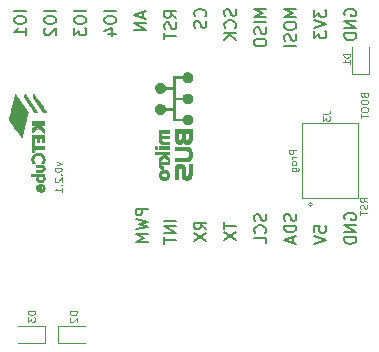
<source format=gbr>
%TF.GenerationSoftware,KiCad,Pcbnew,(5.1.8)-1*%
%TF.CreationDate,2021-03-28T09:39:19+02:00*%
%TF.ProjectId,KETCube_mainboard,4b455443-7562-4655-9f6d-61696e626f61,I*%
%TF.SameCoordinates,Original*%
%TF.FileFunction,Legend,Bot*%
%TF.FilePolarity,Positive*%
%FSLAX46Y46*%
G04 Gerber Fmt 4.6, Leading zero omitted, Abs format (unit mm)*
G04 Created by KiCad (PCBNEW (5.1.8)-1) date 2021-03-28 09:39:19*
%MOMM*%
%LPD*%
G01*
G04 APERTURE LIST*
%ADD10C,0.100000*%
%ADD11C,0.010000*%
%ADD12C,0.120000*%
%ADD13C,0.150000*%
G04 APERTURE END LIST*
D10*
X136879028Y-99463385D02*
X137279028Y-99606242D01*
X136879028Y-99749100D01*
X136679028Y-100091957D02*
X136679028Y-100149100D01*
X136707600Y-100206242D01*
X136736171Y-100234814D01*
X136793314Y-100263385D01*
X136907600Y-100291957D01*
X137050457Y-100291957D01*
X137164742Y-100263385D01*
X137221885Y-100234814D01*
X137250457Y-100206242D01*
X137279028Y-100149100D01*
X137279028Y-100091957D01*
X137250457Y-100034814D01*
X137221885Y-100006242D01*
X137164742Y-99977671D01*
X137050457Y-99949100D01*
X136907600Y-99949100D01*
X136793314Y-99977671D01*
X136736171Y-100006242D01*
X136707600Y-100034814D01*
X136679028Y-100091957D01*
X137221885Y-100549100D02*
X137250457Y-100577671D01*
X137279028Y-100549100D01*
X137250457Y-100520528D01*
X137221885Y-100549100D01*
X137279028Y-100549100D01*
X136736171Y-100806242D02*
X136707600Y-100834814D01*
X136679028Y-100891957D01*
X136679028Y-101034814D01*
X136707600Y-101091957D01*
X136736171Y-101120528D01*
X136793314Y-101149100D01*
X136850457Y-101149100D01*
X136936171Y-101120528D01*
X137279028Y-100777671D01*
X137279028Y-101149100D01*
X137221885Y-101406242D02*
X137250457Y-101434814D01*
X137279028Y-101406242D01*
X137250457Y-101377671D01*
X137221885Y-101406242D01*
X137279028Y-101406242D01*
X137279028Y-102006242D02*
X137279028Y-101663385D01*
X137279028Y-101834814D02*
X136679028Y-101834814D01*
X136764742Y-101777671D01*
X136821885Y-101720528D01*
X136850457Y-101663385D01*
X163161628Y-102846228D02*
X162875914Y-102646228D01*
X163161628Y-102503371D02*
X162561628Y-102503371D01*
X162561628Y-102731942D01*
X162590200Y-102789085D01*
X162618771Y-102817657D01*
X162675914Y-102846228D01*
X162761628Y-102846228D01*
X162818771Y-102817657D01*
X162847342Y-102789085D01*
X162875914Y-102731942D01*
X162875914Y-102503371D01*
X163133057Y-103074800D02*
X163161628Y-103160514D01*
X163161628Y-103303371D01*
X163133057Y-103360514D01*
X163104485Y-103389085D01*
X163047342Y-103417657D01*
X162990200Y-103417657D01*
X162933057Y-103389085D01*
X162904485Y-103360514D01*
X162875914Y-103303371D01*
X162847342Y-103189085D01*
X162818771Y-103131942D01*
X162790200Y-103103371D01*
X162733057Y-103074800D01*
X162675914Y-103074800D01*
X162618771Y-103103371D01*
X162590200Y-103131942D01*
X162561628Y-103189085D01*
X162561628Y-103331942D01*
X162590200Y-103417657D01*
X162561628Y-103589085D02*
X162561628Y-103931942D01*
X163161628Y-103760514D02*
X162561628Y-103760514D01*
X162898142Y-93826114D02*
X162926714Y-93911828D01*
X162955285Y-93940400D01*
X163012428Y-93968971D01*
X163098142Y-93968971D01*
X163155285Y-93940400D01*
X163183857Y-93911828D01*
X163212428Y-93854685D01*
X163212428Y-93626114D01*
X162612428Y-93626114D01*
X162612428Y-93826114D01*
X162641000Y-93883257D01*
X162669571Y-93911828D01*
X162726714Y-93940400D01*
X162783857Y-93940400D01*
X162841000Y-93911828D01*
X162869571Y-93883257D01*
X162898142Y-93826114D01*
X162898142Y-93626114D01*
X162612428Y-94340400D02*
X162612428Y-94454685D01*
X162641000Y-94511828D01*
X162698142Y-94568971D01*
X162812428Y-94597542D01*
X163012428Y-94597542D01*
X163126714Y-94568971D01*
X163183857Y-94511828D01*
X163212428Y-94454685D01*
X163212428Y-94340400D01*
X163183857Y-94283257D01*
X163126714Y-94226114D01*
X163012428Y-94197542D01*
X162812428Y-94197542D01*
X162698142Y-94226114D01*
X162641000Y-94283257D01*
X162612428Y-94340400D01*
X162612428Y-94968971D02*
X162612428Y-95083257D01*
X162641000Y-95140400D01*
X162698142Y-95197542D01*
X162812428Y-95226114D01*
X163012428Y-95226114D01*
X163126714Y-95197542D01*
X163183857Y-95140400D01*
X163212428Y-95083257D01*
X163212428Y-94968971D01*
X163183857Y-94911828D01*
X163126714Y-94854685D01*
X163012428Y-94826114D01*
X162812428Y-94826114D01*
X162698142Y-94854685D01*
X162641000Y-94911828D01*
X162612428Y-94968971D01*
X162612428Y-95397542D02*
X162612428Y-95740400D01*
X163212428Y-95568971D02*
X162612428Y-95568971D01*
X157141828Y-98453685D02*
X156541828Y-98453685D01*
X156541828Y-98682257D01*
X156570400Y-98739400D01*
X156598971Y-98767971D01*
X156656114Y-98796542D01*
X156741828Y-98796542D01*
X156798971Y-98767971D01*
X156827542Y-98739400D01*
X156856114Y-98682257D01*
X156856114Y-98453685D01*
X157141828Y-99053685D02*
X156741828Y-99053685D01*
X156856114Y-99053685D02*
X156798971Y-99082257D01*
X156770400Y-99110828D01*
X156741828Y-99167971D01*
X156741828Y-99225114D01*
X157141828Y-99510828D02*
X157113257Y-99453685D01*
X157084685Y-99425114D01*
X157027542Y-99396542D01*
X156856114Y-99396542D01*
X156798971Y-99425114D01*
X156770400Y-99453685D01*
X156741828Y-99510828D01*
X156741828Y-99596542D01*
X156770400Y-99653685D01*
X156798971Y-99682257D01*
X156856114Y-99710828D01*
X157027542Y-99710828D01*
X157084685Y-99682257D01*
X157113257Y-99653685D01*
X157141828Y-99596542D01*
X157141828Y-99510828D01*
X156741828Y-100225114D02*
X157227542Y-100225114D01*
X157284685Y-100196542D01*
X157313257Y-100167971D01*
X157341828Y-100110828D01*
X157341828Y-100025114D01*
X157313257Y-99967971D01*
X157113257Y-100225114D02*
X157141828Y-100167971D01*
X157141828Y-100053685D01*
X157113257Y-99996542D01*
X157084685Y-99967971D01*
X157027542Y-99939400D01*
X156856114Y-99939400D01*
X156798971Y-99967971D01*
X156770400Y-99996542D01*
X156741828Y-100053685D01*
X156741828Y-100167971D01*
X156770400Y-100225114D01*
D11*
%TO.C,J1*%
G36*
X145527372Y-100609138D02*
G01*
X145539559Y-100680339D01*
X145561939Y-100747717D01*
X145594236Y-100809723D01*
X145636175Y-100864812D01*
X145640388Y-100869351D01*
X145664305Y-100892456D01*
X145691307Y-100915127D01*
X145716352Y-100933195D01*
X145721308Y-100936262D01*
X145783464Y-100966348D01*
X145849973Y-100986271D01*
X145919054Y-100996235D01*
X145988926Y-100996443D01*
X146057807Y-100987098D01*
X146123916Y-100968402D01*
X146185471Y-100940558D01*
X146240692Y-100903769D01*
X146274101Y-100873345D01*
X146315507Y-100821399D01*
X146348038Y-100761303D01*
X146371289Y-100694372D01*
X146384855Y-100621921D01*
X146388330Y-100545264D01*
X146386437Y-100509063D01*
X146374544Y-100432569D01*
X146352286Y-100363082D01*
X146320026Y-100301044D01*
X146278127Y-100246899D01*
X146226952Y-100201090D01*
X146166863Y-100164061D01*
X146098223Y-100136253D01*
X146076043Y-100129782D01*
X146035633Y-100122249D01*
X145987909Y-100118489D01*
X145953919Y-100118454D01*
X145953919Y-100346316D01*
X146011722Y-100350270D01*
X146065754Y-100364114D01*
X146113991Y-100387377D01*
X146145478Y-100411019D01*
X146176350Y-100447075D01*
X146196957Y-100489057D01*
X146206936Y-100534932D01*
X146205920Y-100582668D01*
X146193546Y-100630235D01*
X146187437Y-100644436D01*
X146165729Y-100678973D01*
X146135991Y-100710821D01*
X146102260Y-100736000D01*
X146085976Y-100744486D01*
X146046449Y-100757333D01*
X146000090Y-100765026D01*
X145951911Y-100766995D01*
X145914684Y-100763957D01*
X145857248Y-100751727D01*
X145810291Y-100733383D01*
X145772856Y-100708339D01*
X145743988Y-100676011D01*
X145729059Y-100650182D01*
X145719811Y-100628865D01*
X145714410Y-100609222D01*
X145711869Y-100586249D01*
X145711215Y-100559863D01*
X145711740Y-100530037D01*
X145714300Y-100507978D01*
X145719791Y-100488804D01*
X145727509Y-100470963D01*
X145749898Y-100434394D01*
X145779095Y-100402140D01*
X145811493Y-100378073D01*
X145816589Y-100375314D01*
X145833754Y-100368527D01*
X145858765Y-100361050D01*
X145886934Y-100354245D01*
X145894367Y-100352721D01*
X145953919Y-100346316D01*
X145953919Y-100118454D01*
X145937261Y-100118436D01*
X145888078Y-100122024D01*
X145844751Y-100129186D01*
X145828393Y-100133539D01*
X145757532Y-100160830D01*
X145696569Y-100195936D01*
X145645124Y-100239208D01*
X145602816Y-100291002D01*
X145569265Y-100351670D01*
X145554720Y-100388060D01*
X145534677Y-100461451D01*
X145525653Y-100535660D01*
X145527372Y-100609138D01*
G37*
X145527372Y-100609138D02*
X145539559Y-100680339D01*
X145561939Y-100747717D01*
X145594236Y-100809723D01*
X145636175Y-100864812D01*
X145640388Y-100869351D01*
X145664305Y-100892456D01*
X145691307Y-100915127D01*
X145716352Y-100933195D01*
X145721308Y-100936262D01*
X145783464Y-100966348D01*
X145849973Y-100986271D01*
X145919054Y-100996235D01*
X145988926Y-100996443D01*
X146057807Y-100987098D01*
X146123916Y-100968402D01*
X146185471Y-100940558D01*
X146240692Y-100903769D01*
X146274101Y-100873345D01*
X146315507Y-100821399D01*
X146348038Y-100761303D01*
X146371289Y-100694372D01*
X146384855Y-100621921D01*
X146388330Y-100545264D01*
X146386437Y-100509063D01*
X146374544Y-100432569D01*
X146352286Y-100363082D01*
X146320026Y-100301044D01*
X146278127Y-100246899D01*
X146226952Y-100201090D01*
X146166863Y-100164061D01*
X146098223Y-100136253D01*
X146076043Y-100129782D01*
X146035633Y-100122249D01*
X145987909Y-100118489D01*
X145953919Y-100118454D01*
X145953919Y-100346316D01*
X146011722Y-100350270D01*
X146065754Y-100364114D01*
X146113991Y-100387377D01*
X146145478Y-100411019D01*
X146176350Y-100447075D01*
X146196957Y-100489057D01*
X146206936Y-100534932D01*
X146205920Y-100582668D01*
X146193546Y-100630235D01*
X146187437Y-100644436D01*
X146165729Y-100678973D01*
X146135991Y-100710821D01*
X146102260Y-100736000D01*
X146085976Y-100744486D01*
X146046449Y-100757333D01*
X146000090Y-100765026D01*
X145951911Y-100766995D01*
X145914684Y-100763957D01*
X145857248Y-100751727D01*
X145810291Y-100733383D01*
X145772856Y-100708339D01*
X145743988Y-100676011D01*
X145729059Y-100650182D01*
X145719811Y-100628865D01*
X145714410Y-100609222D01*
X145711869Y-100586249D01*
X145711215Y-100559863D01*
X145711740Y-100530037D01*
X145714300Y-100507978D01*
X145719791Y-100488804D01*
X145727509Y-100470963D01*
X145749898Y-100434394D01*
X145779095Y-100402140D01*
X145811493Y-100378073D01*
X145816589Y-100375314D01*
X145833754Y-100368527D01*
X145858765Y-100361050D01*
X145886934Y-100354245D01*
X145894367Y-100352721D01*
X145953919Y-100346316D01*
X145953919Y-100118454D01*
X145937261Y-100118436D01*
X145888078Y-100122024D01*
X145844751Y-100129186D01*
X145828393Y-100133539D01*
X145757532Y-100160830D01*
X145696569Y-100195936D01*
X145645124Y-100239208D01*
X145602816Y-100291002D01*
X145569265Y-100351670D01*
X145554720Y-100388060D01*
X145534677Y-100461451D01*
X145525653Y-100535660D01*
X145527372Y-100609138D01*
G36*
X146858706Y-97119750D02*
G01*
X146859226Y-97210374D01*
X146859775Y-97289315D01*
X146860414Y-97357587D01*
X146861208Y-97416206D01*
X146862220Y-97466189D01*
X146863513Y-97508552D01*
X146865152Y-97544309D01*
X146867198Y-97574478D01*
X146869717Y-97600073D01*
X146872770Y-97622111D01*
X146876423Y-97641608D01*
X146880737Y-97659579D01*
X146885777Y-97677040D01*
X146891605Y-97695008D01*
X146895305Y-97705865D01*
X146922294Y-97766148D01*
X146958645Y-97817973D01*
X147003867Y-97860899D01*
X147057469Y-97894479D01*
X147118959Y-97918271D01*
X147134948Y-97922502D01*
X147177706Y-97929894D01*
X147224988Y-97933144D01*
X147272619Y-97932320D01*
X147316425Y-97927492D01*
X147351672Y-97918924D01*
X147410029Y-97892098D01*
X147464017Y-97854127D01*
X147512084Y-97806249D01*
X147541413Y-97767450D01*
X147553550Y-97750180D01*
X147563088Y-97738157D01*
X147567604Y-97734181D01*
X147572420Y-97739314D01*
X147581457Y-97752755D01*
X147592829Y-97771681D01*
X147593693Y-97773190D01*
X147630586Y-97825585D01*
X147675768Y-97869237D01*
X147727752Y-97903375D01*
X147785048Y-97927225D01*
X147846168Y-97940013D01*
X147909623Y-97940968D01*
X147915707Y-97940416D01*
X147989933Y-97929263D01*
X148053861Y-97911429D01*
X148108260Y-97886462D01*
X148153901Y-97853912D01*
X148191551Y-97813327D01*
X148221980Y-97764258D01*
X148224341Y-97759513D01*
X148234134Y-97738875D01*
X148242699Y-97719024D01*
X148250117Y-97698987D01*
X148256471Y-97677790D01*
X148261841Y-97654461D01*
X148266311Y-97628027D01*
X148269961Y-97597515D01*
X148272874Y-97561953D01*
X148275131Y-97520368D01*
X148276814Y-97471786D01*
X148278006Y-97415236D01*
X148278788Y-97349744D01*
X148279241Y-97274338D01*
X148279449Y-97188045D01*
X148279493Y-97104042D01*
X148279493Y-96680013D01*
X147695293Y-96680013D01*
X147695293Y-96978463D01*
X148026143Y-96978463D01*
X148024203Y-97240400D01*
X148023699Y-97305136D01*
X148023194Y-97358445D01*
X148022619Y-97401600D01*
X148021909Y-97435874D01*
X148020994Y-97462538D01*
X148019808Y-97482866D01*
X148018284Y-97498132D01*
X148016354Y-97509606D01*
X148013951Y-97518563D01*
X148011007Y-97526274D01*
X148008816Y-97531128D01*
X147987947Y-97563455D01*
X147959821Y-97589360D01*
X147927722Y-97605938D01*
X147922388Y-97607544D01*
X147902084Y-97610857D01*
X147875063Y-97612465D01*
X147847693Y-97612038D01*
X147801608Y-97605298D01*
X147764896Y-97590602D01*
X147736432Y-97567143D01*
X147715094Y-97534117D01*
X147705470Y-97510053D01*
X147702839Y-97500611D01*
X147700691Y-97488680D01*
X147698979Y-97472980D01*
X147697658Y-97452234D01*
X147696682Y-97425163D01*
X147696003Y-97390488D01*
X147695577Y-97346931D01*
X147695355Y-97293213D01*
X147695293Y-97229066D01*
X147695293Y-96978463D01*
X147695293Y-96680013D01*
X147441293Y-96680013D01*
X147441293Y-96978463D01*
X147441293Y-97208130D01*
X147441099Y-97267833D01*
X147440545Y-97323067D01*
X147439666Y-97372342D01*
X147438501Y-97414165D01*
X147437087Y-97447044D01*
X147435462Y-97469489D01*
X147434550Y-97476514D01*
X147422418Y-97523071D01*
X147403689Y-97558984D01*
X147377660Y-97584860D01*
X147343624Y-97601308D01*
X147300878Y-97608934D01*
X147280020Y-97609653D01*
X147232078Y-97605547D01*
X147193152Y-97592868D01*
X147162419Y-97571071D01*
X147139056Y-97539613D01*
X147125205Y-97507386D01*
X147122519Y-97497606D01*
X147120283Y-97484879D01*
X147118437Y-97467941D01*
X147116926Y-97445528D01*
X147115692Y-97416377D01*
X147114678Y-97379225D01*
X147113828Y-97332808D01*
X147113084Y-97275863D01*
X147112583Y-97227700D01*
X147110178Y-96978463D01*
X147441293Y-96978463D01*
X147441293Y-96680013D01*
X146856308Y-96680013D01*
X146858706Y-97119750D01*
G37*
X146858706Y-97119750D02*
X146859226Y-97210374D01*
X146859775Y-97289315D01*
X146860414Y-97357587D01*
X146861208Y-97416206D01*
X146862220Y-97466189D01*
X146863513Y-97508552D01*
X146865152Y-97544309D01*
X146867198Y-97574478D01*
X146869717Y-97600073D01*
X146872770Y-97622111D01*
X146876423Y-97641608D01*
X146880737Y-97659579D01*
X146885777Y-97677040D01*
X146891605Y-97695008D01*
X146895305Y-97705865D01*
X146922294Y-97766148D01*
X146958645Y-97817973D01*
X147003867Y-97860899D01*
X147057469Y-97894479D01*
X147118959Y-97918271D01*
X147134948Y-97922502D01*
X147177706Y-97929894D01*
X147224988Y-97933144D01*
X147272619Y-97932320D01*
X147316425Y-97927492D01*
X147351672Y-97918924D01*
X147410029Y-97892098D01*
X147464017Y-97854127D01*
X147512084Y-97806249D01*
X147541413Y-97767450D01*
X147553550Y-97750180D01*
X147563088Y-97738157D01*
X147567604Y-97734181D01*
X147572420Y-97739314D01*
X147581457Y-97752755D01*
X147592829Y-97771681D01*
X147593693Y-97773190D01*
X147630586Y-97825585D01*
X147675768Y-97869237D01*
X147727752Y-97903375D01*
X147785048Y-97927225D01*
X147846168Y-97940013D01*
X147909623Y-97940968D01*
X147915707Y-97940416D01*
X147989933Y-97929263D01*
X148053861Y-97911429D01*
X148108260Y-97886462D01*
X148153901Y-97853912D01*
X148191551Y-97813327D01*
X148221980Y-97764258D01*
X148224341Y-97759513D01*
X148234134Y-97738875D01*
X148242699Y-97719024D01*
X148250117Y-97698987D01*
X148256471Y-97677790D01*
X148261841Y-97654461D01*
X148266311Y-97628027D01*
X148269961Y-97597515D01*
X148272874Y-97561953D01*
X148275131Y-97520368D01*
X148276814Y-97471786D01*
X148278006Y-97415236D01*
X148278788Y-97349744D01*
X148279241Y-97274338D01*
X148279449Y-97188045D01*
X148279493Y-97104042D01*
X148279493Y-96680013D01*
X147695293Y-96680013D01*
X147695293Y-96978463D01*
X148026143Y-96978463D01*
X148024203Y-97240400D01*
X148023699Y-97305136D01*
X148023194Y-97358445D01*
X148022619Y-97401600D01*
X148021909Y-97435874D01*
X148020994Y-97462538D01*
X148019808Y-97482866D01*
X148018284Y-97498132D01*
X148016354Y-97509606D01*
X148013951Y-97518563D01*
X148011007Y-97526274D01*
X148008816Y-97531128D01*
X147987947Y-97563455D01*
X147959821Y-97589360D01*
X147927722Y-97605938D01*
X147922388Y-97607544D01*
X147902084Y-97610857D01*
X147875063Y-97612465D01*
X147847693Y-97612038D01*
X147801608Y-97605298D01*
X147764896Y-97590602D01*
X147736432Y-97567143D01*
X147715094Y-97534117D01*
X147705470Y-97510053D01*
X147702839Y-97500611D01*
X147700691Y-97488680D01*
X147698979Y-97472980D01*
X147697658Y-97452234D01*
X147696682Y-97425163D01*
X147696003Y-97390488D01*
X147695577Y-97346931D01*
X147695355Y-97293213D01*
X147695293Y-97229066D01*
X147695293Y-96978463D01*
X147695293Y-96680013D01*
X147441293Y-96680013D01*
X147441293Y-96978463D01*
X147441293Y-97208130D01*
X147441099Y-97267833D01*
X147440545Y-97323067D01*
X147439666Y-97372342D01*
X147438501Y-97414165D01*
X147437087Y-97447044D01*
X147435462Y-97469489D01*
X147434550Y-97476514D01*
X147422418Y-97523071D01*
X147403689Y-97558984D01*
X147377660Y-97584860D01*
X147343624Y-97601308D01*
X147300878Y-97608934D01*
X147280020Y-97609653D01*
X147232078Y-97605547D01*
X147193152Y-97592868D01*
X147162419Y-97571071D01*
X147139056Y-97539613D01*
X147125205Y-97507386D01*
X147122519Y-97497606D01*
X147120283Y-97484879D01*
X147118437Y-97467941D01*
X147116926Y-97445528D01*
X147115692Y-97416377D01*
X147114678Y-97379225D01*
X147113828Y-97332808D01*
X147113084Y-97275863D01*
X147112583Y-97227700D01*
X147110178Y-96978463D01*
X147441293Y-96978463D01*
X147441293Y-96680013D01*
X146856308Y-96680013D01*
X146858706Y-97119750D01*
G36*
X147110404Y-100896413D02*
G01*
X147112584Y-100491600D01*
X147113051Y-100409180D01*
X147113517Y-100338464D01*
X147114014Y-100278459D01*
X147114573Y-100228170D01*
X147115225Y-100186601D01*
X147115999Y-100152759D01*
X147116929Y-100125647D01*
X147118043Y-100104272D01*
X147119374Y-100087638D01*
X147120952Y-100074750D01*
X147122808Y-100064615D01*
X147124973Y-100056236D01*
X147126243Y-100052209D01*
X147146021Y-100006865D01*
X147171961Y-99972471D01*
X147204752Y-99948518D01*
X147245083Y-99934494D01*
X147291388Y-99929900D01*
X147335990Y-99933063D01*
X147371399Y-99943893D01*
X147399068Y-99963133D01*
X147420453Y-99991531D01*
X147423765Y-99997707D01*
X147429562Y-100009427D01*
X147434442Y-100020741D01*
X147438500Y-100032842D01*
X147441830Y-100046925D01*
X147444530Y-100064183D01*
X147446694Y-100085809D01*
X147448417Y-100112998D01*
X147449796Y-100146942D01*
X147450926Y-100188835D01*
X147451901Y-100239871D01*
X147452819Y-100301243D01*
X147453753Y-100372538D01*
X147457712Y-100683688D01*
X147474215Y-100732862D01*
X147500603Y-100793717D01*
X147535791Y-100845470D01*
X147579646Y-100888043D01*
X147632035Y-100921362D01*
X147692824Y-100945350D01*
X147761880Y-100959930D01*
X147839071Y-100965028D01*
X147879443Y-100964061D01*
X147958337Y-100955544D01*
X148028051Y-100938348D01*
X148088790Y-100912276D01*
X148140760Y-100877133D01*
X148184170Y-100832722D01*
X148219225Y-100778850D01*
X148246132Y-100715319D01*
X148265098Y-100641935D01*
X148272914Y-100591779D01*
X148274212Y-100574518D01*
X148275396Y-100545423D01*
X148276453Y-100505361D01*
X148277372Y-100455199D01*
X148278141Y-100395802D01*
X148278749Y-100328038D01*
X148279184Y-100252771D01*
X148279433Y-100170870D01*
X148279493Y-100104417D01*
X148279493Y-99670863D01*
X148026238Y-99670863D01*
X148024074Y-100088375D01*
X148023636Y-100171430D01*
X148023223Y-100242784D01*
X148022801Y-100303433D01*
X148022332Y-100354377D01*
X148021782Y-100396613D01*
X148021115Y-100431140D01*
X148020296Y-100458954D01*
X148019288Y-100481055D01*
X148018056Y-100498440D01*
X148016565Y-100512107D01*
X148014778Y-100523055D01*
X148012661Y-100532281D01*
X148010178Y-100540783D01*
X148007654Y-100548480D01*
X147990632Y-100587882D01*
X147968777Y-100616666D01*
X147940727Y-100635682D01*
X147905122Y-100645780D01*
X147860601Y-100647809D01*
X147849493Y-100647259D01*
X147804920Y-100640832D01*
X147769962Y-100627179D01*
X147743501Y-100605254D01*
X147724423Y-100574011D01*
X147711611Y-100532405D01*
X147708387Y-100515118D01*
X147706758Y-100498699D01*
X147705273Y-100471446D01*
X147703981Y-100435224D01*
X147702931Y-100391899D01*
X147702173Y-100343335D01*
X147701756Y-100291399D01*
X147701690Y-100262750D01*
X147701431Y-100188422D01*
X147700612Y-100125240D01*
X147699115Y-100071658D01*
X147696823Y-100026131D01*
X147693618Y-99987112D01*
X147689384Y-99953055D01*
X147684003Y-99922414D01*
X147677357Y-99893644D01*
X147672247Y-99875019D01*
X147649183Y-99810457D01*
X147620241Y-99756612D01*
X147584760Y-99712620D01*
X147542077Y-99677621D01*
X147504681Y-99656630D01*
X147472167Y-99642175D01*
X147442706Y-99631618D01*
X147413209Y-99624393D01*
X147380588Y-99619932D01*
X147341753Y-99617669D01*
X147293616Y-99617037D01*
X147288893Y-99617040D01*
X147247716Y-99617400D01*
X147216095Y-99618534D01*
X147190898Y-99620748D01*
X147168988Y-99624345D01*
X147147231Y-99629629D01*
X147140943Y-99631394D01*
X147075869Y-99654712D01*
X147020378Y-99684950D01*
X146973912Y-99722794D01*
X146935914Y-99768931D01*
X146905825Y-99824048D01*
X146883087Y-99888831D01*
X146867142Y-99963966D01*
X146866314Y-99969313D01*
X146864419Y-99984247D01*
X146862787Y-100002849D01*
X146861402Y-100026046D01*
X146860246Y-100054765D01*
X146859303Y-100089932D01*
X146858554Y-100132475D01*
X146857983Y-100183321D01*
X146857573Y-100243398D01*
X146857305Y-100313631D01*
X146857164Y-100394949D01*
X146857130Y-100463025D01*
X146857093Y-100896413D01*
X147110404Y-100896413D01*
G37*
X147110404Y-100896413D02*
X147112584Y-100491600D01*
X147113051Y-100409180D01*
X147113517Y-100338464D01*
X147114014Y-100278459D01*
X147114573Y-100228170D01*
X147115225Y-100186601D01*
X147115999Y-100152759D01*
X147116929Y-100125647D01*
X147118043Y-100104272D01*
X147119374Y-100087638D01*
X147120952Y-100074750D01*
X147122808Y-100064615D01*
X147124973Y-100056236D01*
X147126243Y-100052209D01*
X147146021Y-100006865D01*
X147171961Y-99972471D01*
X147204752Y-99948518D01*
X147245083Y-99934494D01*
X147291388Y-99929900D01*
X147335990Y-99933063D01*
X147371399Y-99943893D01*
X147399068Y-99963133D01*
X147420453Y-99991531D01*
X147423765Y-99997707D01*
X147429562Y-100009427D01*
X147434442Y-100020741D01*
X147438500Y-100032842D01*
X147441830Y-100046925D01*
X147444530Y-100064183D01*
X147446694Y-100085809D01*
X147448417Y-100112998D01*
X147449796Y-100146942D01*
X147450926Y-100188835D01*
X147451901Y-100239871D01*
X147452819Y-100301243D01*
X147453753Y-100372538D01*
X147457712Y-100683688D01*
X147474215Y-100732862D01*
X147500603Y-100793717D01*
X147535791Y-100845470D01*
X147579646Y-100888043D01*
X147632035Y-100921362D01*
X147692824Y-100945350D01*
X147761880Y-100959930D01*
X147839071Y-100965028D01*
X147879443Y-100964061D01*
X147958337Y-100955544D01*
X148028051Y-100938348D01*
X148088790Y-100912276D01*
X148140760Y-100877133D01*
X148184170Y-100832722D01*
X148219225Y-100778850D01*
X148246132Y-100715319D01*
X148265098Y-100641935D01*
X148272914Y-100591779D01*
X148274212Y-100574518D01*
X148275396Y-100545423D01*
X148276453Y-100505361D01*
X148277372Y-100455199D01*
X148278141Y-100395802D01*
X148278749Y-100328038D01*
X148279184Y-100252771D01*
X148279433Y-100170870D01*
X148279493Y-100104417D01*
X148279493Y-99670863D01*
X148026238Y-99670863D01*
X148024074Y-100088375D01*
X148023636Y-100171430D01*
X148023223Y-100242784D01*
X148022801Y-100303433D01*
X148022332Y-100354377D01*
X148021782Y-100396613D01*
X148021115Y-100431140D01*
X148020296Y-100458954D01*
X148019288Y-100481055D01*
X148018056Y-100498440D01*
X148016565Y-100512107D01*
X148014778Y-100523055D01*
X148012661Y-100532281D01*
X148010178Y-100540783D01*
X148007654Y-100548480D01*
X147990632Y-100587882D01*
X147968777Y-100616666D01*
X147940727Y-100635682D01*
X147905122Y-100645780D01*
X147860601Y-100647809D01*
X147849493Y-100647259D01*
X147804920Y-100640832D01*
X147769962Y-100627179D01*
X147743501Y-100605254D01*
X147724423Y-100574011D01*
X147711611Y-100532405D01*
X147708387Y-100515118D01*
X147706758Y-100498699D01*
X147705273Y-100471446D01*
X147703981Y-100435224D01*
X147702931Y-100391899D01*
X147702173Y-100343335D01*
X147701756Y-100291399D01*
X147701690Y-100262750D01*
X147701431Y-100188422D01*
X147700612Y-100125240D01*
X147699115Y-100071658D01*
X147696823Y-100026131D01*
X147693618Y-99987112D01*
X147689384Y-99953055D01*
X147684003Y-99922414D01*
X147677357Y-99893644D01*
X147672247Y-99875019D01*
X147649183Y-99810457D01*
X147620241Y-99756612D01*
X147584760Y-99712620D01*
X147542077Y-99677621D01*
X147504681Y-99656630D01*
X147472167Y-99642175D01*
X147442706Y-99631618D01*
X147413209Y-99624393D01*
X147380588Y-99619932D01*
X147341753Y-99617669D01*
X147293616Y-99617037D01*
X147288893Y-99617040D01*
X147247716Y-99617400D01*
X147216095Y-99618534D01*
X147190898Y-99620748D01*
X147168988Y-99624345D01*
X147147231Y-99629629D01*
X147140943Y-99631394D01*
X147075869Y-99654712D01*
X147020378Y-99684950D01*
X146973912Y-99722794D01*
X146935914Y-99768931D01*
X146905825Y-99824048D01*
X146883087Y-99888831D01*
X146867142Y-99963966D01*
X146866314Y-99969313D01*
X146864419Y-99984247D01*
X146862787Y-100002849D01*
X146861402Y-100026046D01*
X146860246Y-100054765D01*
X146859303Y-100089932D01*
X146858554Y-100132475D01*
X146857983Y-100183321D01*
X146857573Y-100243398D01*
X146857305Y-100313631D01*
X146857164Y-100394949D01*
X146857130Y-100463025D01*
X146857093Y-100896413D01*
X147110404Y-100896413D01*
G36*
X145364843Y-98381813D02*
G01*
X145364843Y-98271746D01*
X145364609Y-98235577D01*
X145363963Y-98203909D01*
X145362984Y-98178891D01*
X145361750Y-98162671D01*
X145360609Y-98157446D01*
X145353118Y-98156003D01*
X145335185Y-98154772D01*
X145309069Y-98153842D01*
X145277027Y-98153307D01*
X145255834Y-98153213D01*
X145155293Y-98153213D01*
X145155293Y-98381813D01*
X145364843Y-98381813D01*
G37*
X145364843Y-98381813D02*
X145364843Y-98271746D01*
X145364609Y-98235577D01*
X145363963Y-98203909D01*
X145362984Y-98178891D01*
X145361750Y-98162671D01*
X145360609Y-98157446D01*
X145353118Y-98156003D01*
X145335185Y-98154772D01*
X145309069Y-98153842D01*
X145277027Y-98153307D01*
X145255834Y-98153213D01*
X145155293Y-98153213D01*
X145155293Y-98381813D01*
X145364843Y-98381813D01*
G36*
X145195044Y-95010589D02*
G01*
X145200352Y-95057734D01*
X145209189Y-95098798D01*
X145213871Y-95113096D01*
X145240760Y-95172463D01*
X145275167Y-95224812D01*
X145314883Y-95269472D01*
X145364110Y-95312683D01*
X145416873Y-95346349D01*
X145471259Y-95370956D01*
X145489091Y-95377436D01*
X145505178Y-95381961D01*
X145522417Y-95384877D01*
X145543707Y-95386531D01*
X145571946Y-95387268D01*
X145609318Y-95387434D01*
X145647220Y-95387262D01*
X145675322Y-95386512D01*
X145696523Y-95384841D01*
X145713721Y-95381901D01*
X145729813Y-95377347D01*
X145747376Y-95370956D01*
X145807756Y-95343293D01*
X145860078Y-95309193D01*
X145904322Y-95270157D01*
X145939698Y-95230772D01*
X145968453Y-95188894D01*
X145992113Y-95141683D01*
X146012203Y-95086300D01*
X146022731Y-95049650D01*
X146025773Y-95047831D01*
X146034409Y-95046292D01*
X146049475Y-95045014D01*
X146071807Y-95043977D01*
X146102243Y-95043162D01*
X146141618Y-95042549D01*
X146190768Y-95042119D01*
X146250530Y-95041851D01*
X146321741Y-95041727D01*
X146361593Y-95041713D01*
X146698343Y-95041713D01*
X146698343Y-95937063D01*
X147103155Y-95937076D01*
X147507968Y-95937090D01*
X147525787Y-95993476D01*
X147553428Y-96060882D01*
X147590921Y-96120974D01*
X147637242Y-96172960D01*
X147691368Y-96216047D01*
X147752273Y-96249444D01*
X147818935Y-96272357D01*
X147890329Y-96283994D01*
X147902229Y-96284762D01*
X147976015Y-96283019D01*
X148044441Y-96269823D01*
X148108063Y-96244962D01*
X148167433Y-96208224D01*
X148219700Y-96162829D01*
X148267671Y-96106894D01*
X148303640Y-96046854D01*
X148327710Y-95982438D01*
X148339986Y-95913378D01*
X148341095Y-95848163D01*
X148331493Y-95774902D01*
X148310425Y-95707089D01*
X148277806Y-95644531D01*
X148233550Y-95587037D01*
X148215729Y-95568502D01*
X148160675Y-95522964D01*
X148098939Y-95487943D01*
X148031638Y-95463934D01*
X147959888Y-95451430D01*
X147949293Y-95450608D01*
X147879307Y-95452130D01*
X147811772Y-95465373D01*
X147747900Y-95489421D01*
X147688900Y-95523354D01*
X147635983Y-95566257D01*
X147590361Y-95617211D01*
X147553245Y-95675298D01*
X147525845Y-95739601D01*
X147514767Y-95779900D01*
X147510901Y-95797363D01*
X146838043Y-95797363D01*
X146838043Y-94152713D01*
X147508239Y-94152713D01*
X147525234Y-94208540D01*
X147551384Y-94273174D01*
X147588195Y-94332394D01*
X147634322Y-94384927D01*
X147688420Y-94429502D01*
X147749145Y-94464846D01*
X147815152Y-94489686D01*
X147825214Y-94492374D01*
X147859669Y-94498256D01*
X147901684Y-94501170D01*
X147946472Y-94501115D01*
X147989244Y-94498094D01*
X148024297Y-94492326D01*
X148086397Y-94471476D01*
X148145830Y-94439620D01*
X148200444Y-94398442D01*
X148248085Y-94349623D01*
X148286601Y-94294849D01*
X148294029Y-94281422D01*
X148321919Y-94215597D01*
X148337911Y-94148400D01*
X148342545Y-94081039D01*
X148336358Y-94014722D01*
X148319887Y-93950656D01*
X148293672Y-93890050D01*
X148258250Y-93834112D01*
X148214159Y-93784049D01*
X148161937Y-93741069D01*
X148102123Y-93706381D01*
X148035254Y-93681193D01*
X148025493Y-93678528D01*
X147984786Y-93671318D01*
X147937324Y-93668241D01*
X147888358Y-93669287D01*
X147843139Y-93674446D01*
X147822293Y-93678896D01*
X147755137Y-93702817D01*
X147693419Y-93737476D01*
X147638359Y-93781645D01*
X147591176Y-93834095D01*
X147553089Y-93893597D01*
X147525318Y-93958923D01*
X147517468Y-93986025D01*
X147510653Y-94013012D01*
X147174348Y-94013013D01*
X146838043Y-94013013D01*
X146838043Y-92362013D01*
X147510242Y-92362013D01*
X147517321Y-92396110D01*
X147532551Y-92445377D01*
X147557149Y-92496402D01*
X147588896Y-92545742D01*
X147625574Y-92589953D01*
X147664963Y-92625594D01*
X147665395Y-92625919D01*
X147717809Y-92661550D01*
X147767973Y-92686994D01*
X147819338Y-92703412D01*
X147875357Y-92711966D01*
X147927068Y-92713926D01*
X147962184Y-92713515D01*
X147988651Y-92712013D01*
X148010508Y-92708854D01*
X148031794Y-92703477D01*
X148054007Y-92696202D01*
X148116155Y-92669844D01*
X148170301Y-92636050D01*
X148220043Y-92592553D01*
X148222343Y-92590223D01*
X148267895Y-92537074D01*
X148301664Y-92481812D01*
X148324494Y-92422465D01*
X148337228Y-92357060D01*
X148340363Y-92314388D01*
X148340215Y-92257706D01*
X148335387Y-92212728D01*
X148333588Y-92203923D01*
X148313465Y-92141962D01*
X148282419Y-92082128D01*
X148242192Y-92027515D01*
X148222510Y-92006413D01*
X148178689Y-91966743D01*
X148134911Y-91936154D01*
X148086776Y-91911828D01*
X148056192Y-91899859D01*
X148034948Y-91892717D01*
X148015972Y-91887926D01*
X147995752Y-91885033D01*
X147970777Y-91883580D01*
X147937536Y-91883111D01*
X147927068Y-91883095D01*
X147890799Y-91883390D01*
X147863496Y-91884606D01*
X147841432Y-91887225D01*
X147820879Y-91891729D01*
X147798112Y-91898600D01*
X147792355Y-91900503D01*
X147726033Y-91929142D01*
X147666662Y-91968075D01*
X147615044Y-92016483D01*
X147571981Y-92073547D01*
X147538277Y-92138449D01*
X147525425Y-92172853D01*
X147509130Y-92222313D01*
X146698343Y-92222313D01*
X146698343Y-93117663D01*
X146360120Y-93117663D01*
X146021898Y-93117662D01*
X146014059Y-93084664D01*
X145992941Y-93022396D01*
X145960667Y-92963584D01*
X145918663Y-92909964D01*
X145868357Y-92863272D01*
X145811174Y-92825245D01*
X145793292Y-92815980D01*
X145744152Y-92795287D01*
X145696126Y-92782365D01*
X145644902Y-92776373D01*
X145590268Y-92776293D01*
X145520141Y-92783826D01*
X145457218Y-92801049D01*
X145399610Y-92828782D01*
X145345432Y-92867844D01*
X145314877Y-92895974D01*
X145271268Y-92945632D01*
X145237507Y-92999175D01*
X145213871Y-93052629D01*
X145203695Y-93089599D01*
X145196899Y-93134520D01*
X145193697Y-93183045D01*
X145194301Y-93230827D01*
X145198927Y-93273518D01*
X145202229Y-93289320D01*
X145224820Y-93355110D01*
X145257942Y-93416574D01*
X145300183Y-93471894D01*
X145350133Y-93519256D01*
X145406380Y-93556841D01*
X145412580Y-93560139D01*
X145464123Y-93583853D01*
X145512683Y-93598980D01*
X145563318Y-93606765D01*
X145609318Y-93608545D01*
X145657252Y-93606574D01*
X145698983Y-93600962D01*
X145714093Y-93597505D01*
X145781165Y-93573163D01*
X145843062Y-93537949D01*
X145898276Y-93493087D01*
X145945300Y-93439805D01*
X145982628Y-93379328D01*
X145982866Y-93378854D01*
X145995208Y-93353541D01*
X146005047Y-93332111D01*
X146011163Y-93317295D01*
X146012578Y-93312280D01*
X146014203Y-93301767D01*
X146018172Y-93285063D01*
X146019226Y-93281175D01*
X146025839Y-93257363D01*
X146698343Y-93257363D01*
X146698343Y-94902124D01*
X146360782Y-94900481D01*
X146023222Y-94898838D01*
X146012209Y-94859778D01*
X145987422Y-94794703D01*
X145951850Y-94734851D01*
X145906769Y-94681467D01*
X145853454Y-94635798D01*
X145793181Y-94599089D01*
X145727226Y-94572587D01*
X145714296Y-94568846D01*
X145673615Y-94561238D01*
X145626158Y-94557764D01*
X145577167Y-94558452D01*
X145531886Y-94563333D01*
X145510893Y-94567704D01*
X145441893Y-94591732D01*
X145379087Y-94626326D01*
X145323484Y-94670477D01*
X145276092Y-94723174D01*
X145237919Y-94783410D01*
X145209975Y-94850173D01*
X145202411Y-94876405D01*
X145195862Y-94915549D01*
X145193477Y-94961735D01*
X145195044Y-95010589D01*
G37*
X145195044Y-95010589D02*
X145200352Y-95057734D01*
X145209189Y-95098798D01*
X145213871Y-95113096D01*
X145240760Y-95172463D01*
X145275167Y-95224812D01*
X145314883Y-95269472D01*
X145364110Y-95312683D01*
X145416873Y-95346349D01*
X145471259Y-95370956D01*
X145489091Y-95377436D01*
X145505178Y-95381961D01*
X145522417Y-95384877D01*
X145543707Y-95386531D01*
X145571946Y-95387268D01*
X145609318Y-95387434D01*
X145647220Y-95387262D01*
X145675322Y-95386512D01*
X145696523Y-95384841D01*
X145713721Y-95381901D01*
X145729813Y-95377347D01*
X145747376Y-95370956D01*
X145807756Y-95343293D01*
X145860078Y-95309193D01*
X145904322Y-95270157D01*
X145939698Y-95230772D01*
X145968453Y-95188894D01*
X145992113Y-95141683D01*
X146012203Y-95086300D01*
X146022731Y-95049650D01*
X146025773Y-95047831D01*
X146034409Y-95046292D01*
X146049475Y-95045014D01*
X146071807Y-95043977D01*
X146102243Y-95043162D01*
X146141618Y-95042549D01*
X146190768Y-95042119D01*
X146250530Y-95041851D01*
X146321741Y-95041727D01*
X146361593Y-95041713D01*
X146698343Y-95041713D01*
X146698343Y-95937063D01*
X147103155Y-95937076D01*
X147507968Y-95937090D01*
X147525787Y-95993476D01*
X147553428Y-96060882D01*
X147590921Y-96120974D01*
X147637242Y-96172960D01*
X147691368Y-96216047D01*
X147752273Y-96249444D01*
X147818935Y-96272357D01*
X147890329Y-96283994D01*
X147902229Y-96284762D01*
X147976015Y-96283019D01*
X148044441Y-96269823D01*
X148108063Y-96244962D01*
X148167433Y-96208224D01*
X148219700Y-96162829D01*
X148267671Y-96106894D01*
X148303640Y-96046854D01*
X148327710Y-95982438D01*
X148339986Y-95913378D01*
X148341095Y-95848163D01*
X148331493Y-95774902D01*
X148310425Y-95707089D01*
X148277806Y-95644531D01*
X148233550Y-95587037D01*
X148215729Y-95568502D01*
X148160675Y-95522964D01*
X148098939Y-95487943D01*
X148031638Y-95463934D01*
X147959888Y-95451430D01*
X147949293Y-95450608D01*
X147879307Y-95452130D01*
X147811772Y-95465373D01*
X147747900Y-95489421D01*
X147688900Y-95523354D01*
X147635983Y-95566257D01*
X147590361Y-95617211D01*
X147553245Y-95675298D01*
X147525845Y-95739601D01*
X147514767Y-95779900D01*
X147510901Y-95797363D01*
X146838043Y-95797363D01*
X146838043Y-94152713D01*
X147508239Y-94152713D01*
X147525234Y-94208540D01*
X147551384Y-94273174D01*
X147588195Y-94332394D01*
X147634322Y-94384927D01*
X147688420Y-94429502D01*
X147749145Y-94464846D01*
X147815152Y-94489686D01*
X147825214Y-94492374D01*
X147859669Y-94498256D01*
X147901684Y-94501170D01*
X147946472Y-94501115D01*
X147989244Y-94498094D01*
X148024297Y-94492326D01*
X148086397Y-94471476D01*
X148145830Y-94439620D01*
X148200444Y-94398442D01*
X148248085Y-94349623D01*
X148286601Y-94294849D01*
X148294029Y-94281422D01*
X148321919Y-94215597D01*
X148337911Y-94148400D01*
X148342545Y-94081039D01*
X148336358Y-94014722D01*
X148319887Y-93950656D01*
X148293672Y-93890050D01*
X148258250Y-93834112D01*
X148214159Y-93784049D01*
X148161937Y-93741069D01*
X148102123Y-93706381D01*
X148035254Y-93681193D01*
X148025493Y-93678528D01*
X147984786Y-93671318D01*
X147937324Y-93668241D01*
X147888358Y-93669287D01*
X147843139Y-93674446D01*
X147822293Y-93678896D01*
X147755137Y-93702817D01*
X147693419Y-93737476D01*
X147638359Y-93781645D01*
X147591176Y-93834095D01*
X147553089Y-93893597D01*
X147525318Y-93958923D01*
X147517468Y-93986025D01*
X147510653Y-94013012D01*
X147174348Y-94013013D01*
X146838043Y-94013013D01*
X146838043Y-92362013D01*
X147510242Y-92362013D01*
X147517321Y-92396110D01*
X147532551Y-92445377D01*
X147557149Y-92496402D01*
X147588896Y-92545742D01*
X147625574Y-92589953D01*
X147664963Y-92625594D01*
X147665395Y-92625919D01*
X147717809Y-92661550D01*
X147767973Y-92686994D01*
X147819338Y-92703412D01*
X147875357Y-92711966D01*
X147927068Y-92713926D01*
X147962184Y-92713515D01*
X147988651Y-92712013D01*
X148010508Y-92708854D01*
X148031794Y-92703477D01*
X148054007Y-92696202D01*
X148116155Y-92669844D01*
X148170301Y-92636050D01*
X148220043Y-92592553D01*
X148222343Y-92590223D01*
X148267895Y-92537074D01*
X148301664Y-92481812D01*
X148324494Y-92422465D01*
X148337228Y-92357060D01*
X148340363Y-92314388D01*
X148340215Y-92257706D01*
X148335387Y-92212728D01*
X148333588Y-92203923D01*
X148313465Y-92141962D01*
X148282419Y-92082128D01*
X148242192Y-92027515D01*
X148222510Y-92006413D01*
X148178689Y-91966743D01*
X148134911Y-91936154D01*
X148086776Y-91911828D01*
X148056192Y-91899859D01*
X148034948Y-91892717D01*
X148015972Y-91887926D01*
X147995752Y-91885033D01*
X147970777Y-91883580D01*
X147937536Y-91883111D01*
X147927068Y-91883095D01*
X147890799Y-91883390D01*
X147863496Y-91884606D01*
X147841432Y-91887225D01*
X147820879Y-91891729D01*
X147798112Y-91898600D01*
X147792355Y-91900503D01*
X147726033Y-91929142D01*
X147666662Y-91968075D01*
X147615044Y-92016483D01*
X147571981Y-92073547D01*
X147538277Y-92138449D01*
X147525425Y-92172853D01*
X147509130Y-92222313D01*
X146698343Y-92222313D01*
X146698343Y-93117663D01*
X146360120Y-93117663D01*
X146021898Y-93117662D01*
X146014059Y-93084664D01*
X145992941Y-93022396D01*
X145960667Y-92963584D01*
X145918663Y-92909964D01*
X145868357Y-92863272D01*
X145811174Y-92825245D01*
X145793292Y-92815980D01*
X145744152Y-92795287D01*
X145696126Y-92782365D01*
X145644902Y-92776373D01*
X145590268Y-92776293D01*
X145520141Y-92783826D01*
X145457218Y-92801049D01*
X145399610Y-92828782D01*
X145345432Y-92867844D01*
X145314877Y-92895974D01*
X145271268Y-92945632D01*
X145237507Y-92999175D01*
X145213871Y-93052629D01*
X145203695Y-93089599D01*
X145196899Y-93134520D01*
X145193697Y-93183045D01*
X145194301Y-93230827D01*
X145198927Y-93273518D01*
X145202229Y-93289320D01*
X145224820Y-93355110D01*
X145257942Y-93416574D01*
X145300183Y-93471894D01*
X145350133Y-93519256D01*
X145406380Y-93556841D01*
X145412580Y-93560139D01*
X145464123Y-93583853D01*
X145512683Y-93598980D01*
X145563318Y-93606765D01*
X145609318Y-93608545D01*
X145657252Y-93606574D01*
X145698983Y-93600962D01*
X145714093Y-93597505D01*
X145781165Y-93573163D01*
X145843062Y-93537949D01*
X145898276Y-93493087D01*
X145945300Y-93439805D01*
X145982628Y-93379328D01*
X145982866Y-93378854D01*
X145995208Y-93353541D01*
X146005047Y-93332111D01*
X146011163Y-93317295D01*
X146012578Y-93312280D01*
X146014203Y-93301767D01*
X146018172Y-93285063D01*
X146019226Y-93281175D01*
X146025839Y-93257363D01*
X146698343Y-93257363D01*
X146698343Y-94902124D01*
X146360782Y-94900481D01*
X146023222Y-94898838D01*
X146012209Y-94859778D01*
X145987422Y-94794703D01*
X145951850Y-94734851D01*
X145906769Y-94681467D01*
X145853454Y-94635798D01*
X145793181Y-94599089D01*
X145727226Y-94572587D01*
X145714296Y-94568846D01*
X145673615Y-94561238D01*
X145626158Y-94557764D01*
X145577167Y-94558452D01*
X145531886Y-94563333D01*
X145510893Y-94567704D01*
X145441893Y-94591732D01*
X145379087Y-94626326D01*
X145323484Y-94670477D01*
X145276092Y-94723174D01*
X145237919Y-94783410D01*
X145209975Y-94850173D01*
X145202411Y-94876405D01*
X145195862Y-94915549D01*
X145193477Y-94961735D01*
X145195044Y-95010589D01*
G36*
X147310658Y-98470713D02*
G01*
X147404520Y-98470754D01*
X147486635Y-98470908D01*
X147557955Y-98471214D01*
X147619435Y-98471716D01*
X147672027Y-98472456D01*
X147716683Y-98473475D01*
X147754356Y-98474815D01*
X147786001Y-98476518D01*
X147812568Y-98478626D01*
X147835012Y-98481181D01*
X147854285Y-98484226D01*
X147871340Y-98487801D01*
X147887130Y-98491950D01*
X147902607Y-98496713D01*
X147902815Y-98496780D01*
X147949485Y-98517279D01*
X147987811Y-98545920D01*
X148018034Y-98583145D01*
X148040396Y-98629397D01*
X148055139Y-98685117D01*
X148062504Y-98750749D01*
X148063499Y-98790816D01*
X148060235Y-98860538D01*
X148050300Y-98919942D01*
X148033208Y-98969801D01*
X148008468Y-99010891D01*
X147975594Y-99043986D01*
X147934096Y-99069862D01*
X147883486Y-99089293D01*
X147873618Y-99092099D01*
X147865287Y-99093930D01*
X147854066Y-99095541D01*
X147839102Y-99096951D01*
X147819542Y-99098180D01*
X147794533Y-99099247D01*
X147763220Y-99100171D01*
X147724750Y-99100973D01*
X147678269Y-99101670D01*
X147622925Y-99102284D01*
X147557864Y-99102832D01*
X147482231Y-99103335D01*
X147395175Y-99103811D01*
X147347630Y-99104043D01*
X146857093Y-99106362D01*
X146857093Y-99404774D01*
X147382555Y-99402479D01*
X147480354Y-99402052D01*
X147566343Y-99401641D01*
X147641415Y-99401184D01*
X147706459Y-99400620D01*
X147762367Y-99399889D01*
X147810029Y-99398930D01*
X147850337Y-99397681D01*
X147884180Y-99396083D01*
X147912450Y-99394073D01*
X147936038Y-99391591D01*
X147955835Y-99388577D01*
X147972730Y-99384968D01*
X147987616Y-99380706D01*
X148001383Y-99375728D01*
X148014922Y-99369973D01*
X148029123Y-99363381D01*
X148041621Y-99357435D01*
X148092635Y-99326715D01*
X148140342Y-99285309D01*
X148183023Y-99235132D01*
X148218956Y-99178099D01*
X148237312Y-99139614D01*
X148259039Y-99076887D01*
X148275905Y-99004545D01*
X148287636Y-98924818D01*
X148293958Y-98839935D01*
X148294595Y-98752125D01*
X148291942Y-98696138D01*
X148281559Y-98602188D01*
X148263968Y-98518262D01*
X148238949Y-98443776D01*
X148206284Y-98378151D01*
X148165753Y-98320805D01*
X148139929Y-98292482D01*
X148101813Y-98257966D01*
X148062820Y-98231186D01*
X148019204Y-98210021D01*
X147967218Y-98192353D01*
X147958818Y-98189970D01*
X147949544Y-98187447D01*
X147940488Y-98185240D01*
X147930764Y-98183325D01*
X147919488Y-98181675D01*
X147905774Y-98180267D01*
X147888738Y-98179076D01*
X147867493Y-98178076D01*
X147841156Y-98177243D01*
X147808841Y-98176551D01*
X147769662Y-98175976D01*
X147722735Y-98175493D01*
X147667175Y-98175077D01*
X147602096Y-98174704D01*
X147526614Y-98174347D01*
X147439843Y-98173983D01*
X147382555Y-98173752D01*
X146857093Y-98171651D01*
X146857093Y-98470713D01*
X147310658Y-98470713D01*
G37*
X147310658Y-98470713D02*
X147404520Y-98470754D01*
X147486635Y-98470908D01*
X147557955Y-98471214D01*
X147619435Y-98471716D01*
X147672027Y-98472456D01*
X147716683Y-98473475D01*
X147754356Y-98474815D01*
X147786001Y-98476518D01*
X147812568Y-98478626D01*
X147835012Y-98481181D01*
X147854285Y-98484226D01*
X147871340Y-98487801D01*
X147887130Y-98491950D01*
X147902607Y-98496713D01*
X147902815Y-98496780D01*
X147949485Y-98517279D01*
X147987811Y-98545920D01*
X148018034Y-98583145D01*
X148040396Y-98629397D01*
X148055139Y-98685117D01*
X148062504Y-98750749D01*
X148063499Y-98790816D01*
X148060235Y-98860538D01*
X148050300Y-98919942D01*
X148033208Y-98969801D01*
X148008468Y-99010891D01*
X147975594Y-99043986D01*
X147934096Y-99069862D01*
X147883486Y-99089293D01*
X147873618Y-99092099D01*
X147865287Y-99093930D01*
X147854066Y-99095541D01*
X147839102Y-99096951D01*
X147819542Y-99098180D01*
X147794533Y-99099247D01*
X147763220Y-99100171D01*
X147724750Y-99100973D01*
X147678269Y-99101670D01*
X147622925Y-99102284D01*
X147557864Y-99102832D01*
X147482231Y-99103335D01*
X147395175Y-99103811D01*
X147347630Y-99104043D01*
X146857093Y-99106362D01*
X146857093Y-99404774D01*
X147382555Y-99402479D01*
X147480354Y-99402052D01*
X147566343Y-99401641D01*
X147641415Y-99401184D01*
X147706459Y-99400620D01*
X147762367Y-99399889D01*
X147810029Y-99398930D01*
X147850337Y-99397681D01*
X147884180Y-99396083D01*
X147912450Y-99394073D01*
X147936038Y-99391591D01*
X147955835Y-99388577D01*
X147972730Y-99384968D01*
X147987616Y-99380706D01*
X148001383Y-99375728D01*
X148014922Y-99369973D01*
X148029123Y-99363381D01*
X148041621Y-99357435D01*
X148092635Y-99326715D01*
X148140342Y-99285309D01*
X148183023Y-99235132D01*
X148218956Y-99178099D01*
X148237312Y-99139614D01*
X148259039Y-99076887D01*
X148275905Y-99004545D01*
X148287636Y-98924818D01*
X148293958Y-98839935D01*
X148294595Y-98752125D01*
X148291942Y-98696138D01*
X148281559Y-98602188D01*
X148263968Y-98518262D01*
X148238949Y-98443776D01*
X148206284Y-98378151D01*
X148165753Y-98320805D01*
X148139929Y-98292482D01*
X148101813Y-98257966D01*
X148062820Y-98231186D01*
X148019204Y-98210021D01*
X147967218Y-98192353D01*
X147958818Y-98189970D01*
X147949544Y-98187447D01*
X147940488Y-98185240D01*
X147930764Y-98183325D01*
X147919488Y-98181675D01*
X147905774Y-98180267D01*
X147888738Y-98179076D01*
X147867493Y-98178076D01*
X147841156Y-98177243D01*
X147808841Y-98176551D01*
X147769662Y-98175976D01*
X147722735Y-98175493D01*
X147667175Y-98175077D01*
X147602096Y-98174704D01*
X147526614Y-98174347D01*
X147439843Y-98173983D01*
X147382555Y-98173752D01*
X146857093Y-98171651D01*
X146857093Y-98470713D01*
X147310658Y-98470713D01*
G36*
X145544271Y-97253100D02*
G01*
X145544706Y-97343912D01*
X145545152Y-97422907D01*
X145545630Y-97490972D01*
X145546161Y-97548989D01*
X145546766Y-97597843D01*
X145547468Y-97638418D01*
X145548286Y-97671599D01*
X145549244Y-97698270D01*
X145550361Y-97719315D01*
X145551661Y-97735618D01*
X145553163Y-97748063D01*
X145554890Y-97757536D01*
X145556650Y-97764237D01*
X145577564Y-97819192D01*
X145603865Y-97863416D01*
X145636840Y-97898200D01*
X145677776Y-97924836D01*
X145727963Y-97944613D01*
X145740160Y-97948114D01*
X145751020Y-97950733D01*
X145763361Y-97952911D01*
X145778405Y-97954687D01*
X145797373Y-97956104D01*
X145821486Y-97957200D01*
X145851966Y-97958018D01*
X145890032Y-97958599D01*
X145936907Y-97958982D01*
X145993812Y-97959208D01*
X146061967Y-97959319D01*
X146076043Y-97959331D01*
X146371318Y-97959538D01*
X146373053Y-97850359D01*
X146374789Y-97741181D01*
X146090478Y-97739234D01*
X146022730Y-97738746D01*
X145966484Y-97738255D01*
X145920544Y-97737705D01*
X145883713Y-97737040D01*
X145854792Y-97736202D01*
X145832586Y-97735135D01*
X145815896Y-97733782D01*
X145803527Y-97732088D01*
X145794280Y-97729995D01*
X145786958Y-97727446D01*
X145780768Y-97724588D01*
X145757047Y-97707149D01*
X145741080Y-97683555D01*
X145735344Y-97670994D01*
X145731373Y-97658222D01*
X145728851Y-97642595D01*
X145727459Y-97621469D01*
X145726882Y-97592200D01*
X145726793Y-97564492D01*
X145726793Y-97473763D01*
X146374493Y-97473763D01*
X146374493Y-97251513D01*
X145726793Y-97251513D01*
X145726793Y-96991163D01*
X146374493Y-96991163D01*
X146374493Y-96775263D01*
X145542115Y-96775263D01*
X145544271Y-97253100D01*
G37*
X145544271Y-97253100D02*
X145544706Y-97343912D01*
X145545152Y-97422907D01*
X145545630Y-97490972D01*
X145546161Y-97548989D01*
X145546766Y-97597843D01*
X145547468Y-97638418D01*
X145548286Y-97671599D01*
X145549244Y-97698270D01*
X145550361Y-97719315D01*
X145551661Y-97735618D01*
X145553163Y-97748063D01*
X145554890Y-97757536D01*
X145556650Y-97764237D01*
X145577564Y-97819192D01*
X145603865Y-97863416D01*
X145636840Y-97898200D01*
X145677776Y-97924836D01*
X145727963Y-97944613D01*
X145740160Y-97948114D01*
X145751020Y-97950733D01*
X145763361Y-97952911D01*
X145778405Y-97954687D01*
X145797373Y-97956104D01*
X145821486Y-97957200D01*
X145851966Y-97958018D01*
X145890032Y-97958599D01*
X145936907Y-97958982D01*
X145993812Y-97959208D01*
X146061967Y-97959319D01*
X146076043Y-97959331D01*
X146371318Y-97959538D01*
X146373053Y-97850359D01*
X146374789Y-97741181D01*
X146090478Y-97739234D01*
X146022730Y-97738746D01*
X145966484Y-97738255D01*
X145920544Y-97737705D01*
X145883713Y-97737040D01*
X145854792Y-97736202D01*
X145832586Y-97735135D01*
X145815896Y-97733782D01*
X145803527Y-97732088D01*
X145794280Y-97729995D01*
X145786958Y-97727446D01*
X145780768Y-97724588D01*
X145757047Y-97707149D01*
X145741080Y-97683555D01*
X145735344Y-97670994D01*
X145731373Y-97658222D01*
X145728851Y-97642595D01*
X145727459Y-97621469D01*
X145726882Y-97592200D01*
X145726793Y-97564492D01*
X145726793Y-97473763D01*
X146374493Y-97473763D01*
X146374493Y-97251513D01*
X145726793Y-97251513D01*
X145726793Y-96991163D01*
X146374493Y-96991163D01*
X146374493Y-96775263D01*
X145542115Y-96775263D01*
X145544271Y-97253100D01*
G36*
X145935249Y-98804088D02*
G01*
X145738709Y-98977668D01*
X145542169Y-99151249D01*
X145543993Y-99526943D01*
X145545818Y-99902638D01*
X145563604Y-99938859D01*
X145578370Y-99965123D01*
X145595042Y-99985836D01*
X145615303Y-100001688D01*
X145640837Y-100013369D01*
X145673325Y-100021568D01*
X145714450Y-100026976D01*
X145765896Y-100030281D01*
X145788705Y-100031137D01*
X145891893Y-100034462D01*
X145891893Y-99823263D01*
X145845855Y-99822799D01*
X145795477Y-99820727D01*
X145757258Y-99815626D01*
X145731014Y-99807464D01*
X145719485Y-99799727D01*
X145713383Y-99791803D01*
X145709145Y-99780684D01*
X145706225Y-99763699D01*
X145704076Y-99738174D01*
X145703011Y-99719254D01*
X145699569Y-99651813D01*
X146374493Y-99651813D01*
X146374363Y-99393050D01*
X146374233Y-99134288D01*
X145976423Y-98804088D01*
X146374493Y-98800734D01*
X146374493Y-98578663D01*
X145947888Y-98578663D01*
X145947888Y-99051738D01*
X145953587Y-99055866D01*
X145967700Y-99067676D01*
X145989247Y-99086304D01*
X146017248Y-99110885D01*
X146050723Y-99140556D01*
X146088691Y-99174452D01*
X146130171Y-99211710D01*
X146160478Y-99239063D01*
X146367638Y-99426388D01*
X146165151Y-99428062D01*
X146102757Y-99428452D01*
X146031887Y-99428682D01*
X145956768Y-99428753D01*
X145881623Y-99428664D01*
X145810678Y-99428416D01*
X145754646Y-99428062D01*
X145546627Y-99426388D01*
X145744544Y-99239063D01*
X145786453Y-99199512D01*
X145825587Y-99162804D01*
X145860972Y-99129835D01*
X145891635Y-99101502D01*
X145916604Y-99078700D01*
X145934905Y-99062327D01*
X145945565Y-99053278D01*
X145947888Y-99051738D01*
X145947888Y-98578663D01*
X145155293Y-98578663D01*
X145155293Y-98800816D01*
X145935249Y-98804088D01*
G37*
X145935249Y-98804088D02*
X145738709Y-98977668D01*
X145542169Y-99151249D01*
X145543993Y-99526943D01*
X145545818Y-99902638D01*
X145563604Y-99938859D01*
X145578370Y-99965123D01*
X145595042Y-99985836D01*
X145615303Y-100001688D01*
X145640837Y-100013369D01*
X145673325Y-100021568D01*
X145714450Y-100026976D01*
X145765896Y-100030281D01*
X145788705Y-100031137D01*
X145891893Y-100034462D01*
X145891893Y-99823263D01*
X145845855Y-99822799D01*
X145795477Y-99820727D01*
X145757258Y-99815626D01*
X145731014Y-99807464D01*
X145719485Y-99799727D01*
X145713383Y-99791803D01*
X145709145Y-99780684D01*
X145706225Y-99763699D01*
X145704076Y-99738174D01*
X145703011Y-99719254D01*
X145699569Y-99651813D01*
X146374493Y-99651813D01*
X146374363Y-99393050D01*
X146374233Y-99134288D01*
X145976423Y-98804088D01*
X146374493Y-98800734D01*
X146374493Y-98578663D01*
X145947888Y-98578663D01*
X145947888Y-99051738D01*
X145953587Y-99055866D01*
X145967700Y-99067676D01*
X145989247Y-99086304D01*
X146017248Y-99110885D01*
X146050723Y-99140556D01*
X146088691Y-99174452D01*
X146130171Y-99211710D01*
X146160478Y-99239063D01*
X146367638Y-99426388D01*
X146165151Y-99428062D01*
X146102757Y-99428452D01*
X146031887Y-99428682D01*
X145956768Y-99428753D01*
X145881623Y-99428664D01*
X145810678Y-99428416D01*
X145754646Y-99428062D01*
X145546627Y-99426388D01*
X145744544Y-99239063D01*
X145786453Y-99199512D01*
X145825587Y-99162804D01*
X145860972Y-99129835D01*
X145891635Y-99101502D01*
X145916604Y-99078700D01*
X145934905Y-99062327D01*
X145945565Y-99053278D01*
X145947888Y-99051738D01*
X145947888Y-98578663D01*
X145155293Y-98578663D01*
X145155293Y-98800816D01*
X145935249Y-98804088D01*
G36*
X146374493Y-98381813D02*
G01*
X146374493Y-98153213D01*
X145542643Y-98153213D01*
X145542643Y-98381813D01*
X146374493Y-98381813D01*
G37*
X146374493Y-98381813D02*
X146374493Y-98153213D01*
X145542643Y-98153213D01*
X145542643Y-98381813D01*
X146374493Y-98381813D01*
G36*
X134840675Y-93986484D02*
G01*
X134861397Y-94019515D01*
X134894323Y-94069409D01*
X134938158Y-94134275D01*
X134991606Y-94212220D01*
X135053371Y-94301354D01*
X135122157Y-94399787D01*
X135196669Y-94505625D01*
X135266403Y-94604031D01*
X135699147Y-95212860D01*
X135831553Y-95212860D01*
X135886086Y-95212417D01*
X135929709Y-95211220D01*
X135957157Y-95209466D01*
X135963960Y-95207901D01*
X135956777Y-95197007D01*
X135936004Y-95167083D01*
X135902808Y-95119776D01*
X135858352Y-95056731D01*
X135803801Y-94979593D01*
X135740322Y-94890010D01*
X135669077Y-94789626D01*
X135591234Y-94680088D01*
X135507956Y-94563041D01*
X135433735Y-94458830D01*
X135346654Y-94336754D01*
X135263838Y-94220908D01*
X135186467Y-94112928D01*
X135115720Y-94014451D01*
X135052779Y-93927111D01*
X134998824Y-93852544D01*
X134955035Y-93792385D01*
X134922594Y-93748271D01*
X134902680Y-93721836D01*
X134896484Y-93714489D01*
X134890764Y-93725773D01*
X134881420Y-93755679D01*
X134869978Y-93797959D01*
X134857969Y-93846364D01*
X134846919Y-93894645D01*
X134838358Y-93936553D01*
X134833813Y-93965840D01*
X134833455Y-93972206D01*
X134840675Y-93986484D01*
G37*
X134840675Y-93986484D02*
X134861397Y-94019515D01*
X134894323Y-94069409D01*
X134938158Y-94134275D01*
X134991606Y-94212220D01*
X135053371Y-94301354D01*
X135122157Y-94399787D01*
X135196669Y-94505625D01*
X135266403Y-94604031D01*
X135699147Y-95212860D01*
X135831553Y-95212860D01*
X135886086Y-95212417D01*
X135929709Y-95211220D01*
X135957157Y-95209466D01*
X135963960Y-95207901D01*
X135956777Y-95197007D01*
X135936004Y-95167083D01*
X135902808Y-95119776D01*
X135858352Y-95056731D01*
X135803801Y-94979593D01*
X135740322Y-94890010D01*
X135669077Y-94789626D01*
X135591234Y-94680088D01*
X135507956Y-94563041D01*
X135433735Y-94458830D01*
X135346654Y-94336754D01*
X135263838Y-94220908D01*
X135186467Y-94112928D01*
X135115720Y-94014451D01*
X135052779Y-93927111D01*
X134998824Y-93852544D01*
X134955035Y-93792385D01*
X134922594Y-93748271D01*
X134902680Y-93721836D01*
X134896484Y-93714489D01*
X134890764Y-93725773D01*
X134881420Y-93755679D01*
X134869978Y-93797959D01*
X134857969Y-93846364D01*
X134846919Y-93894645D01*
X134838358Y-93936553D01*
X134833813Y-93965840D01*
X134833455Y-93972206D01*
X134840675Y-93986484D01*
G36*
X134972406Y-98603760D02*
G01*
X134979710Y-98368810D01*
X135811560Y-98362112D01*
X135811560Y-98083060D01*
X134973360Y-98083060D01*
X134973360Y-97854460D01*
X134744760Y-97854460D01*
X134744760Y-98603760D01*
X134972406Y-98603760D01*
G37*
X134972406Y-98603760D02*
X134979710Y-98368810D01*
X135811560Y-98362112D01*
X135811560Y-98083060D01*
X134973360Y-98083060D01*
X134973360Y-97854460D01*
X134744760Y-97854460D01*
X134744760Y-98603760D01*
X134972406Y-98603760D01*
G36*
X134956579Y-96295227D02*
G01*
X135168399Y-96298710D01*
X134956579Y-96462271D01*
X134744760Y-96625832D01*
X134744760Y-96797201D01*
X134744956Y-96865777D01*
X134745881Y-96912477D01*
X134748042Y-96940828D01*
X134751943Y-96954352D01*
X134758089Y-96956575D01*
X134766835Y-96951140D01*
X134782573Y-96938251D01*
X134814734Y-96911560D01*
X134860287Y-96873595D01*
X134916203Y-96826883D01*
X134979449Y-96773952D01*
X135019013Y-96740798D01*
X135249115Y-96547887D01*
X135525331Y-96775723D01*
X135596868Y-96834590D01*
X135661873Y-96887812D01*
X135717821Y-96933344D01*
X135762187Y-96969140D01*
X135792449Y-96993157D01*
X135806081Y-97003348D01*
X135806553Y-97003560D01*
X135808354Y-96991618D01*
X135809868Y-96958827D01*
X135810965Y-96909735D01*
X135811518Y-96848893D01*
X135811560Y-96826194D01*
X135811560Y-96648828D01*
X135587846Y-96473769D01*
X135364133Y-96298710D01*
X135587846Y-96295241D01*
X135811560Y-96291773D01*
X135811560Y-96000260D01*
X134744760Y-96000260D01*
X134744760Y-96291745D01*
X134956579Y-96295227D01*
G37*
X134956579Y-96295227D02*
X135168399Y-96298710D01*
X134956579Y-96462271D01*
X134744760Y-96625832D01*
X134744760Y-96797201D01*
X134744956Y-96865777D01*
X134745881Y-96912477D01*
X134748042Y-96940828D01*
X134751943Y-96954352D01*
X134758089Y-96956575D01*
X134766835Y-96951140D01*
X134782573Y-96938251D01*
X134814734Y-96911560D01*
X134860287Y-96873595D01*
X134916203Y-96826883D01*
X134979449Y-96773952D01*
X135019013Y-96740798D01*
X135249115Y-96547887D01*
X135525331Y-96775723D01*
X135596868Y-96834590D01*
X135661873Y-96887812D01*
X135717821Y-96933344D01*
X135762187Y-96969140D01*
X135792449Y-96993157D01*
X135806081Y-97003348D01*
X135806553Y-97003560D01*
X135808354Y-96991618D01*
X135809868Y-96958827D01*
X135810965Y-96909735D01*
X135811518Y-96848893D01*
X135811560Y-96826194D01*
X135811560Y-96648828D01*
X135587846Y-96473769D01*
X135364133Y-96298710D01*
X135587846Y-96295241D01*
X135811560Y-96291773D01*
X135811560Y-96000260D01*
X134744760Y-96000260D01*
X134744760Y-96291745D01*
X134956579Y-96295227D01*
G36*
X135124336Y-101698667D02*
G01*
X135137559Y-101764012D01*
X135167883Y-101828458D01*
X135218463Y-101884026D01*
X135284882Y-101927883D01*
X135362728Y-101957195D01*
X135447585Y-101969129D01*
X135457418Y-101969260D01*
X135519460Y-101969260D01*
X135519460Y-101727960D01*
X135519616Y-101639089D01*
X135520765Y-101573049D01*
X135523929Y-101527266D01*
X135530130Y-101499172D01*
X135540390Y-101486195D01*
X135555730Y-101485764D01*
X135577172Y-101495308D01*
X135605301Y-101511991D01*
X135658074Y-101556388D01*
X135688245Y-101609180D01*
X135695660Y-101666873D01*
X135680161Y-101725973D01*
X135641592Y-101782984D01*
X135618406Y-101805526D01*
X135565727Y-101851343D01*
X135600278Y-101910301D01*
X135621309Y-101943144D01*
X135638438Y-101964548D01*
X135645282Y-101969260D01*
X135662957Y-101961324D01*
X135691256Y-101941391D01*
X135722690Y-101915272D01*
X135749772Y-101888777D01*
X135751523Y-101886819D01*
X135796686Y-101817667D01*
X135824471Y-101736153D01*
X135833654Y-101649513D01*
X135823013Y-101564985D01*
X135811751Y-101530365D01*
X135767742Y-101450667D01*
X135706923Y-101389877D01*
X135629885Y-101348403D01*
X135537220Y-101326652D01*
X135512101Y-101324371D01*
X135409070Y-101327956D01*
X135365790Y-101339309D01*
X135365790Y-101499360D01*
X135372626Y-101511506D01*
X135377171Y-101548155D01*
X135379456Y-101609626D01*
X135379760Y-101651760D01*
X135378646Y-101726335D01*
X135375287Y-101775925D01*
X135369652Y-101800845D01*
X135365789Y-101804160D01*
X135349215Y-101795815D01*
X135323021Y-101774640D01*
X135308639Y-101760980D01*
X135282217Y-101731152D01*
X135269443Y-101703338D01*
X135265586Y-101665567D01*
X135265460Y-101651760D01*
X135267686Y-101609122D01*
X135277520Y-101579752D01*
X135299694Y-101551679D01*
X135308640Y-101542540D01*
X135336777Y-101517102D01*
X135359142Y-101501587D01*
X135365790Y-101499360D01*
X135365790Y-101339309D01*
X135319011Y-101351580D01*
X135243670Y-101393197D01*
X135184788Y-101450760D01*
X135144110Y-101522224D01*
X135123378Y-101605542D01*
X135124336Y-101698667D01*
G37*
X135124336Y-101698667D02*
X135137559Y-101764012D01*
X135167883Y-101828458D01*
X135218463Y-101884026D01*
X135284882Y-101927883D01*
X135362728Y-101957195D01*
X135447585Y-101969129D01*
X135457418Y-101969260D01*
X135519460Y-101969260D01*
X135519460Y-101727960D01*
X135519616Y-101639089D01*
X135520765Y-101573049D01*
X135523929Y-101527266D01*
X135530130Y-101499172D01*
X135540390Y-101486195D01*
X135555730Y-101485764D01*
X135577172Y-101495308D01*
X135605301Y-101511991D01*
X135658074Y-101556388D01*
X135688245Y-101609180D01*
X135695660Y-101666873D01*
X135680161Y-101725973D01*
X135641592Y-101782984D01*
X135618406Y-101805526D01*
X135565727Y-101851343D01*
X135600278Y-101910301D01*
X135621309Y-101943144D01*
X135638438Y-101964548D01*
X135645282Y-101969260D01*
X135662957Y-101961324D01*
X135691256Y-101941391D01*
X135722690Y-101915272D01*
X135749772Y-101888777D01*
X135751523Y-101886819D01*
X135796686Y-101817667D01*
X135824471Y-101736153D01*
X135833654Y-101649513D01*
X135823013Y-101564985D01*
X135811751Y-101530365D01*
X135767742Y-101450667D01*
X135706923Y-101389877D01*
X135629885Y-101348403D01*
X135537220Y-101326652D01*
X135512101Y-101324371D01*
X135409070Y-101327956D01*
X135365790Y-101339309D01*
X135365790Y-101499360D01*
X135372626Y-101511506D01*
X135377171Y-101548155D01*
X135379456Y-101609626D01*
X135379760Y-101651760D01*
X135378646Y-101726335D01*
X135375287Y-101775925D01*
X135369652Y-101800845D01*
X135365789Y-101804160D01*
X135349215Y-101795815D01*
X135323021Y-101774640D01*
X135308639Y-101760980D01*
X135282217Y-101731152D01*
X135269443Y-101703338D01*
X135265586Y-101665567D01*
X135265460Y-101651760D01*
X135267686Y-101609122D01*
X135277520Y-101579752D01*
X135299694Y-101551679D01*
X135308640Y-101542540D01*
X135336777Y-101517102D01*
X135359142Y-101501587D01*
X135365790Y-101499360D01*
X135365790Y-101339309D01*
X135319011Y-101351580D01*
X135243670Y-101393197D01*
X135184788Y-101450760D01*
X135144110Y-101522224D01*
X135123378Y-101605542D01*
X135124336Y-101698667D01*
G36*
X134732191Y-99350804D02*
G01*
X134747562Y-99413773D01*
X134759815Y-99450180D01*
X134789268Y-99524510D01*
X134887594Y-99528217D01*
X134985919Y-99531925D01*
X134949163Y-99477417D01*
X134901486Y-99386376D01*
X134877516Y-99292825D01*
X134876374Y-99199977D01*
X134897179Y-99111046D01*
X134939054Y-99029246D01*
X135001117Y-98957792D01*
X135082490Y-98899896D01*
X135111180Y-98885352D01*
X135187481Y-98860774D01*
X135272637Y-98851027D01*
X135357466Y-98856209D01*
X135432787Y-98876416D01*
X135444988Y-98881828D01*
X135532708Y-98936519D01*
X135601982Y-99006760D01*
X135651009Y-99090084D01*
X135677987Y-99184021D01*
X135680673Y-99204768D01*
X135678681Y-99301479D01*
X135651983Y-99394076D01*
X135613883Y-99464185D01*
X135570000Y-99530860D01*
X135665054Y-99530860D01*
X135713821Y-99530357D01*
X135743693Y-99527428D01*
X135761171Y-99519946D01*
X135772759Y-99505779D01*
X135779484Y-99493389D01*
X135809850Y-99413638D01*
X135828019Y-99320031D01*
X135832933Y-99221542D01*
X135823531Y-99127143D01*
X135823015Y-99124460D01*
X135792642Y-99029397D01*
X135741403Y-98937207D01*
X135673683Y-98853518D01*
X135593867Y-98783956D01*
X135525810Y-98743016D01*
X135418121Y-98703392D01*
X135309693Y-98687167D01*
X135203096Y-98692584D01*
X135100897Y-98717889D01*
X135005668Y-98761325D01*
X134919977Y-98821135D01*
X134846393Y-98895566D01*
X134787487Y-98982860D01*
X134745826Y-99081262D01*
X134723982Y-99189016D01*
X134723293Y-99291430D01*
X134732191Y-99350804D01*
G37*
X134732191Y-99350804D02*
X134747562Y-99413773D01*
X134759815Y-99450180D01*
X134789268Y-99524510D01*
X134887594Y-99528217D01*
X134985919Y-99531925D01*
X134949163Y-99477417D01*
X134901486Y-99386376D01*
X134877516Y-99292825D01*
X134876374Y-99199977D01*
X134897179Y-99111046D01*
X134939054Y-99029246D01*
X135001117Y-98957792D01*
X135082490Y-98899896D01*
X135111180Y-98885352D01*
X135187481Y-98860774D01*
X135272637Y-98851027D01*
X135357466Y-98856209D01*
X135432787Y-98876416D01*
X135444988Y-98881828D01*
X135532708Y-98936519D01*
X135601982Y-99006760D01*
X135651009Y-99090084D01*
X135677987Y-99184021D01*
X135680673Y-99204768D01*
X135678681Y-99301479D01*
X135651983Y-99394076D01*
X135613883Y-99464185D01*
X135570000Y-99530860D01*
X135665054Y-99530860D01*
X135713821Y-99530357D01*
X135743693Y-99527428D01*
X135761171Y-99519946D01*
X135772759Y-99505779D01*
X135779484Y-99493389D01*
X135809850Y-99413638D01*
X135828019Y-99320031D01*
X135832933Y-99221542D01*
X135823531Y-99127143D01*
X135823015Y-99124460D01*
X135792642Y-99029397D01*
X135741403Y-98937207D01*
X135673683Y-98853518D01*
X135593867Y-98783956D01*
X135525810Y-98743016D01*
X135418121Y-98703392D01*
X135309693Y-98687167D01*
X135203096Y-98692584D01*
X135100897Y-98717889D01*
X135005668Y-98761325D01*
X134919977Y-98821135D01*
X134846393Y-98895566D01*
X134787487Y-98982860D01*
X134745826Y-99081262D01*
X134723982Y-99189016D01*
X134723293Y-99291430D01*
X134732191Y-99350804D01*
G36*
X135366462Y-99873760D02*
G01*
X135459523Y-99874629D01*
X135534640Y-99877153D01*
X135589527Y-99881205D01*
X135621900Y-99886656D01*
X135626200Y-99888219D01*
X135663684Y-99917813D01*
X135685529Y-99960775D01*
X135691216Y-100010062D01*
X135680224Y-100058631D01*
X135652034Y-100099441D01*
X135642390Y-100107493D01*
X135627743Y-100116996D01*
X135610415Y-100124067D01*
X135586434Y-100129157D01*
X135551824Y-100132720D01*
X135502614Y-100135210D01*
X135434829Y-100137080D01*
X135372515Y-100138293D01*
X135138460Y-100142477D01*
X135138460Y-100292860D01*
X135370235Y-100292789D01*
X135468644Y-100292089D01*
X135545501Y-100289644D01*
X135604626Y-100284835D01*
X135649840Y-100277043D01*
X135684967Y-100265649D01*
X135713826Y-100250034D01*
X135735522Y-100233624D01*
X135782357Y-100178860D01*
X135815068Y-100108996D01*
X135831820Y-100031158D01*
X135830780Y-99952475D01*
X135820021Y-99905243D01*
X135791271Y-99838332D01*
X135752263Y-99788658D01*
X135698633Y-99749414D01*
X135677809Y-99737632D01*
X135658336Y-99728825D01*
X135636119Y-99722479D01*
X135607064Y-99718079D01*
X135567075Y-99715110D01*
X135512057Y-99713056D01*
X135437915Y-99711402D01*
X135389285Y-99710509D01*
X135138460Y-99706009D01*
X135138460Y-99873760D01*
X135366462Y-99873760D01*
G37*
X135366462Y-99873760D02*
X135459523Y-99874629D01*
X135534640Y-99877153D01*
X135589527Y-99881205D01*
X135621900Y-99886656D01*
X135626200Y-99888219D01*
X135663684Y-99917813D01*
X135685529Y-99960775D01*
X135691216Y-100010062D01*
X135680224Y-100058631D01*
X135652034Y-100099441D01*
X135642390Y-100107493D01*
X135627743Y-100116996D01*
X135610415Y-100124067D01*
X135586434Y-100129157D01*
X135551824Y-100132720D01*
X135502614Y-100135210D01*
X135434829Y-100137080D01*
X135372515Y-100138293D01*
X135138460Y-100142477D01*
X135138460Y-100292860D01*
X135370235Y-100292789D01*
X135468644Y-100292089D01*
X135545501Y-100289644D01*
X135604626Y-100284835D01*
X135649840Y-100277043D01*
X135684967Y-100265649D01*
X135713826Y-100250034D01*
X135735522Y-100233624D01*
X135782357Y-100178860D01*
X135815068Y-100108996D01*
X135831820Y-100031158D01*
X135830780Y-99952475D01*
X135820021Y-99905243D01*
X135791271Y-99838332D01*
X135752263Y-99788658D01*
X135698633Y-99749414D01*
X135677809Y-99737632D01*
X135658336Y-99728825D01*
X135636119Y-99722479D01*
X135607064Y-99718079D01*
X135567075Y-99715110D01*
X135512057Y-99713056D01*
X135437915Y-99711402D01*
X135389285Y-99710509D01*
X135138460Y-99706009D01*
X135138460Y-99873760D01*
X135366462Y-99873760D01*
G36*
X134504926Y-94592067D02*
G01*
X134583700Y-94702639D01*
X134658369Y-94806956D01*
X134727598Y-94903185D01*
X134790051Y-94989493D01*
X134844393Y-95064046D01*
X134889287Y-95125011D01*
X134923398Y-95170555D01*
X134945390Y-95198846D01*
X134953726Y-95208043D01*
X134972331Y-95210180D01*
X135009928Y-95211169D01*
X135060130Y-95210910D01*
X135091785Y-95210172D01*
X135214753Y-95206510D01*
X134678131Y-94455093D01*
X134141510Y-93703677D01*
X134106364Y-93842779D01*
X134071218Y-93981882D01*
X134504926Y-94592067D01*
G37*
X134504926Y-94592067D02*
X134583700Y-94702639D01*
X134658369Y-94806956D01*
X134727598Y-94903185D01*
X134790051Y-94989493D01*
X134844393Y-95064046D01*
X134889287Y-95125011D01*
X134923398Y-95170555D01*
X134945390Y-95198846D01*
X134953726Y-95208043D01*
X134972331Y-95210180D01*
X135009928Y-95211169D01*
X135060130Y-95210910D01*
X135091785Y-95210172D01*
X135214753Y-95206510D01*
X134678131Y-94455093D01*
X134141510Y-93703677D01*
X134106364Y-93842779D01*
X134071218Y-93981882D01*
X134504926Y-94592067D01*
G36*
X132828420Y-95890299D02*
G01*
X132830332Y-95896136D01*
X132840882Y-95912463D01*
X132864440Y-95946875D01*
X132899572Y-95997366D01*
X132944847Y-96061927D01*
X132998835Y-96138550D01*
X133060104Y-96225229D01*
X133127222Y-96319954D01*
X133198758Y-96420719D01*
X133273281Y-96525516D01*
X133349359Y-96632336D01*
X133425562Y-96739172D01*
X133500456Y-96844017D01*
X133572613Y-96944861D01*
X133640599Y-97039699D01*
X133702983Y-97126522D01*
X133758335Y-97203322D01*
X133805223Y-97268091D01*
X133842215Y-97318822D01*
X133867880Y-97353506D01*
X133880787Y-97370137D01*
X133882010Y-97371322D01*
X133885821Y-97359394D01*
X133894952Y-97324902D01*
X133908885Y-97270001D01*
X133927104Y-97196847D01*
X133949093Y-97107597D01*
X133974334Y-97004407D01*
X134002312Y-96889431D01*
X134032509Y-96764827D01*
X134064409Y-96632750D01*
X134097496Y-96495357D01*
X134131252Y-96354803D01*
X134165162Y-96213244D01*
X134198709Y-96072836D01*
X134231376Y-95935736D01*
X134262646Y-95804098D01*
X134292003Y-95680080D01*
X134318930Y-95565837D01*
X134342912Y-95463525D01*
X134363430Y-95375301D01*
X134379970Y-95303319D01*
X134392013Y-95249736D01*
X134399043Y-95216709D01*
X134400710Y-95206510D01*
X134393295Y-95194324D01*
X134372253Y-95163184D01*
X134338769Y-95114767D01*
X134294027Y-95050753D01*
X134239209Y-94972823D01*
X134175499Y-94882655D01*
X134104082Y-94781930D01*
X134026141Y-94672327D01*
X133942859Y-94555526D01*
X133876797Y-94463081D01*
X133790101Y-94342074D01*
X133707547Y-94227227D01*
X133630343Y-94120200D01*
X133559700Y-94022649D01*
X133496826Y-93936234D01*
X133442930Y-93862614D01*
X133399223Y-93803446D01*
X133366913Y-93760390D01*
X133347209Y-93735105D01*
X133341410Y-93728792D01*
X133336597Y-93740312D01*
X133326366Y-93774810D01*
X133311153Y-93830548D01*
X133291400Y-93905790D01*
X133267544Y-93998798D01*
X133240026Y-94107835D01*
X133209283Y-94231164D01*
X133175756Y-94367047D01*
X133139883Y-94513748D01*
X133102104Y-94669530D01*
X133071632Y-94796071D01*
X133026109Y-94985910D01*
X132986273Y-95152587D01*
X132951792Y-95297615D01*
X132922333Y-95422508D01*
X132897565Y-95528781D01*
X132877155Y-95617947D01*
X132860771Y-95691520D01*
X132848081Y-95751015D01*
X132838753Y-95797945D01*
X132832455Y-95833824D01*
X132828855Y-95860167D01*
X132827621Y-95878487D01*
X132828420Y-95890299D01*
G37*
X132828420Y-95890299D02*
X132830332Y-95896136D01*
X132840882Y-95912463D01*
X132864440Y-95946875D01*
X132899572Y-95997366D01*
X132944847Y-96061927D01*
X132998835Y-96138550D01*
X133060104Y-96225229D01*
X133127222Y-96319954D01*
X133198758Y-96420719D01*
X133273281Y-96525516D01*
X133349359Y-96632336D01*
X133425562Y-96739172D01*
X133500456Y-96844017D01*
X133572613Y-96944861D01*
X133640599Y-97039699D01*
X133702983Y-97126522D01*
X133758335Y-97203322D01*
X133805223Y-97268091D01*
X133842215Y-97318822D01*
X133867880Y-97353506D01*
X133880787Y-97370137D01*
X133882010Y-97371322D01*
X133885821Y-97359394D01*
X133894952Y-97324902D01*
X133908885Y-97270001D01*
X133927104Y-97196847D01*
X133949093Y-97107597D01*
X133974334Y-97004407D01*
X134002312Y-96889431D01*
X134032509Y-96764827D01*
X134064409Y-96632750D01*
X134097496Y-96495357D01*
X134131252Y-96354803D01*
X134165162Y-96213244D01*
X134198709Y-96072836D01*
X134231376Y-95935736D01*
X134262646Y-95804098D01*
X134292003Y-95680080D01*
X134318930Y-95565837D01*
X134342912Y-95463525D01*
X134363430Y-95375301D01*
X134379970Y-95303319D01*
X134392013Y-95249736D01*
X134399043Y-95216709D01*
X134400710Y-95206510D01*
X134393295Y-95194324D01*
X134372253Y-95163184D01*
X134338769Y-95114767D01*
X134294027Y-95050753D01*
X134239209Y-94972823D01*
X134175499Y-94882655D01*
X134104082Y-94781930D01*
X134026141Y-94672327D01*
X133942859Y-94555526D01*
X133876797Y-94463081D01*
X133790101Y-94342074D01*
X133707547Y-94227227D01*
X133630343Y-94120200D01*
X133559700Y-94022649D01*
X133496826Y-93936234D01*
X133442930Y-93862614D01*
X133399223Y-93803446D01*
X133366913Y-93760390D01*
X133347209Y-93735105D01*
X133341410Y-93728792D01*
X133336597Y-93740312D01*
X133326366Y-93774810D01*
X133311153Y-93830548D01*
X133291400Y-93905790D01*
X133267544Y-93998798D01*
X133240026Y-94107835D01*
X133209283Y-94231164D01*
X133175756Y-94367047D01*
X133139883Y-94513748D01*
X133102104Y-94669530D01*
X133071632Y-94796071D01*
X133026109Y-94985910D01*
X132986273Y-95152587D01*
X132951792Y-95297615D01*
X132922333Y-95422508D01*
X132897565Y-95528781D01*
X132877155Y-95617947D01*
X132860771Y-95691520D01*
X132848081Y-95751015D01*
X132838753Y-95797945D01*
X132832455Y-95833824D01*
X132828855Y-95860167D01*
X132827621Y-95878487D01*
X132828420Y-95890299D01*
G36*
X134973360Y-97752860D02*
G01*
X134973360Y-97422660D01*
X135150378Y-97422660D01*
X135157510Y-97733810D01*
X135274985Y-97737461D01*
X135392460Y-97741113D01*
X135392460Y-97422660D01*
X135582960Y-97422660D01*
X135582960Y-97752860D01*
X135811560Y-97752860D01*
X135811560Y-97143260D01*
X134744760Y-97143260D01*
X134744760Y-97752860D01*
X134973360Y-97752860D01*
G37*
X134973360Y-97752860D02*
X134973360Y-97422660D01*
X135150378Y-97422660D01*
X135157510Y-97733810D01*
X135274985Y-97737461D01*
X135392460Y-97741113D01*
X135392460Y-97422660D01*
X135582960Y-97422660D01*
X135582960Y-97752860D01*
X135811560Y-97752860D01*
X135811560Y-97143260D01*
X134744760Y-97143260D01*
X134744760Y-97752860D01*
X134973360Y-97752860D01*
G36*
X135219087Y-100648460D02*
G01*
X135192079Y-100677208D01*
X135152505Y-100736635D01*
X135129570Y-100808794D01*
X135124194Y-100886465D01*
X135137297Y-100962429D01*
X135151235Y-100997865D01*
X135198459Y-101067610D01*
X135263071Y-101121896D01*
X135341345Y-101159386D01*
X135429556Y-101178743D01*
X135523981Y-101178630D01*
X135607932Y-101161760D01*
X135671597Y-101132666D01*
X135731556Y-101087203D01*
X135781485Y-101031606D01*
X135815056Y-100972111D01*
X135821966Y-100950758D01*
X135834316Y-100884654D01*
X135833377Y-100828985D01*
X135818907Y-100772388D01*
X135818074Y-100770030D01*
X135799428Y-100727578D01*
X135776963Y-100688753D01*
X135773801Y-100684305D01*
X135747299Y-100648460D01*
X135779429Y-100648460D01*
X135797233Y-100646893D01*
X135806845Y-100638217D01*
X135810781Y-100616462D01*
X135811558Y-100575662D01*
X135811560Y-100572260D01*
X135811560Y-100496060D01*
X135493218Y-100496060D01*
X135493218Y-100642003D01*
X135558350Y-100654347D01*
X135616493Y-100683730D01*
X135662179Y-100729579D01*
X135675015Y-100750962D01*
X135694919Y-100811752D01*
X135691052Y-100873120D01*
X135679209Y-100908376D01*
X135644843Y-100959118D01*
X135592241Y-100995865D01*
X135525823Y-101016107D01*
X135483816Y-101019300D01*
X135410917Y-101012104D01*
X135353158Y-100988693D01*
X135304153Y-100946332D01*
X135298722Y-100940041D01*
X135277640Y-100909114D01*
X135267726Y-100874885D01*
X135265460Y-100831672D01*
X135267603Y-100787764D01*
X135277166Y-100756732D01*
X135298851Y-100726198D01*
X135310563Y-100712908D01*
X135363856Y-100670713D01*
X135426564Y-100647268D01*
X135493218Y-100642003D01*
X135493218Y-100496060D01*
X134643160Y-100496060D01*
X134643160Y-100648460D01*
X135219087Y-100648460D01*
G37*
X135219087Y-100648460D02*
X135192079Y-100677208D01*
X135152505Y-100736635D01*
X135129570Y-100808794D01*
X135124194Y-100886465D01*
X135137297Y-100962429D01*
X135151235Y-100997865D01*
X135198459Y-101067610D01*
X135263071Y-101121896D01*
X135341345Y-101159386D01*
X135429556Y-101178743D01*
X135523981Y-101178630D01*
X135607932Y-101161760D01*
X135671597Y-101132666D01*
X135731556Y-101087203D01*
X135781485Y-101031606D01*
X135815056Y-100972111D01*
X135821966Y-100950758D01*
X135834316Y-100884654D01*
X135833377Y-100828985D01*
X135818907Y-100772388D01*
X135818074Y-100770030D01*
X135799428Y-100727578D01*
X135776963Y-100688753D01*
X135773801Y-100684305D01*
X135747299Y-100648460D01*
X135779429Y-100648460D01*
X135797233Y-100646893D01*
X135806845Y-100638217D01*
X135810781Y-100616462D01*
X135811558Y-100575662D01*
X135811560Y-100572260D01*
X135811560Y-100496060D01*
X135493218Y-100496060D01*
X135493218Y-100642003D01*
X135558350Y-100654347D01*
X135616493Y-100683730D01*
X135662179Y-100729579D01*
X135675015Y-100750962D01*
X135694919Y-100811752D01*
X135691052Y-100873120D01*
X135679209Y-100908376D01*
X135644843Y-100959118D01*
X135592241Y-100995865D01*
X135525823Y-101016107D01*
X135483816Y-101019300D01*
X135410917Y-101012104D01*
X135353158Y-100988693D01*
X135304153Y-100946332D01*
X135298722Y-100940041D01*
X135277640Y-100909114D01*
X135267726Y-100874885D01*
X135265460Y-100831672D01*
X135267603Y-100787764D01*
X135277166Y-100756732D01*
X135298851Y-100726198D01*
X135310563Y-100712908D01*
X135363856Y-100670713D01*
X135426564Y-100647268D01*
X135493218Y-100642003D01*
X135493218Y-100496060D01*
X134643160Y-100496060D01*
X134643160Y-100648460D01*
X135219087Y-100648460D01*
D12*
%TO.C,J3*%
X158506300Y-103065900D02*
G75*
G03*
X158506300Y-103065900I-150000J0D01*
G01*
X162394900Y-102501700D02*
X162394900Y-96151700D01*
X160050900Y-96151700D02*
X162394900Y-96151700D01*
X160050900Y-102501700D02*
X162394900Y-102501700D01*
X160050900Y-96151700D02*
X157610900Y-96151700D01*
X157610900Y-96151700D02*
X157610900Y-102501700D01*
X160050900Y-102501700D02*
X157610900Y-102501700D01*
%TO.C,D3*%
X135851000Y-114781000D02*
X133566000Y-114781000D01*
X135851000Y-113311000D02*
X135851000Y-114781000D01*
X133566000Y-113311000D02*
X135851000Y-113311000D01*
%TO.C,D2*%
X136945000Y-113311000D02*
X139230000Y-113311000D01*
X136945000Y-114781000D02*
X136945000Y-113311000D01*
X139230000Y-114781000D02*
X136945000Y-114781000D01*
%TO.C,D1*%
X161850400Y-92048700D02*
X161850400Y-89763700D01*
X163320400Y-92048700D02*
X161850400Y-92048700D01*
X163320400Y-89763700D02*
X163320400Y-92048700D01*
%TO.C,J1*%
D13*
X158670040Y-105393383D02*
X158670040Y-104917193D01*
X159146231Y-104869574D01*
X159098612Y-104917193D01*
X159050993Y-105012431D01*
X159050993Y-105250526D01*
X159098612Y-105345764D01*
X159146231Y-105393383D01*
X159241469Y-105441002D01*
X159479564Y-105441002D01*
X159574802Y-105393383D01*
X159622421Y-105345764D01*
X159670040Y-105250526D01*
X159670040Y-105012431D01*
X159622421Y-104917193D01*
X159574802Y-104869574D01*
X158670040Y-105726717D02*
X159670040Y-106060050D01*
X158670040Y-106393383D01*
X149510040Y-105163193D02*
X149033850Y-104829860D01*
X149510040Y-104591764D02*
X148510040Y-104591764D01*
X148510040Y-104972717D01*
X148557660Y-105067955D01*
X148605279Y-105115574D01*
X148700517Y-105163193D01*
X148843374Y-105163193D01*
X148938612Y-105115574D01*
X148986231Y-105067955D01*
X149033850Y-104972717D01*
X149033850Y-104591764D01*
X148510040Y-105496526D02*
X149510040Y-106163193D01*
X148510040Y-106163193D02*
X149510040Y-105496526D01*
X146970040Y-104425098D02*
X145970040Y-104425098D01*
X146970040Y-104901288D02*
X145970040Y-104901288D01*
X146970040Y-105472717D01*
X145970040Y-105472717D01*
X145970040Y-105806050D02*
X145970040Y-106377479D01*
X146970040Y-106091764D02*
X145970040Y-106091764D01*
X157082421Y-103861574D02*
X157130040Y-104004431D01*
X157130040Y-104242526D01*
X157082421Y-104337764D01*
X157034802Y-104385383D01*
X156939564Y-104433002D01*
X156844326Y-104433002D01*
X156749088Y-104385383D01*
X156701469Y-104337764D01*
X156653850Y-104242526D01*
X156606231Y-104052050D01*
X156558612Y-103956812D01*
X156510993Y-103909193D01*
X156415755Y-103861574D01*
X156320517Y-103861574D01*
X156225279Y-103909193D01*
X156177660Y-103956812D01*
X156130040Y-104052050D01*
X156130040Y-104290145D01*
X156177660Y-104433002D01*
X157130040Y-104861574D02*
X156130040Y-104861574D01*
X156130040Y-105099669D01*
X156177660Y-105242526D01*
X156272898Y-105337764D01*
X156368136Y-105385383D01*
X156558612Y-105433002D01*
X156701469Y-105433002D01*
X156891945Y-105385383D01*
X156987183Y-105337764D01*
X157082421Y-105242526D01*
X157130040Y-105099669D01*
X157130040Y-104861574D01*
X156844326Y-105813955D02*
X156844326Y-106290145D01*
X157130040Y-105718717D02*
X156130040Y-106052050D01*
X157130040Y-106385383D01*
X161257660Y-104313955D02*
X161210040Y-104218717D01*
X161210040Y-104075860D01*
X161257660Y-103933002D01*
X161352898Y-103837764D01*
X161448136Y-103790145D01*
X161638612Y-103742526D01*
X161781469Y-103742526D01*
X161971945Y-103790145D01*
X162067183Y-103837764D01*
X162162421Y-103933002D01*
X162210040Y-104075860D01*
X162210040Y-104171098D01*
X162162421Y-104313955D01*
X162114802Y-104361574D01*
X161781469Y-104361574D01*
X161781469Y-104171098D01*
X162210040Y-104790145D02*
X161210040Y-104790145D01*
X162210040Y-105361574D01*
X161210040Y-105361574D01*
X162210040Y-105837764D02*
X161210040Y-105837764D01*
X161210040Y-106075860D01*
X161257660Y-106218717D01*
X161352898Y-106313955D01*
X161448136Y-106361574D01*
X161638612Y-106409193D01*
X161781469Y-106409193D01*
X161971945Y-106361574D01*
X162067183Y-106313955D01*
X162162421Y-106218717D01*
X162210040Y-106075860D01*
X162210040Y-105837764D01*
X154542421Y-103885383D02*
X154590040Y-104028240D01*
X154590040Y-104266336D01*
X154542421Y-104361574D01*
X154494802Y-104409193D01*
X154399564Y-104456812D01*
X154304326Y-104456812D01*
X154209088Y-104409193D01*
X154161469Y-104361574D01*
X154113850Y-104266336D01*
X154066231Y-104075860D01*
X154018612Y-103980621D01*
X153970993Y-103933002D01*
X153875755Y-103885383D01*
X153780517Y-103885383D01*
X153685279Y-103933002D01*
X153637660Y-103980621D01*
X153590040Y-104075860D01*
X153590040Y-104313955D01*
X153637660Y-104456812D01*
X154494802Y-105456812D02*
X154542421Y-105409193D01*
X154590040Y-105266336D01*
X154590040Y-105171098D01*
X154542421Y-105028240D01*
X154447183Y-104933002D01*
X154351945Y-104885383D01*
X154161469Y-104837764D01*
X154018612Y-104837764D01*
X153828136Y-104885383D01*
X153732898Y-104933002D01*
X153637660Y-105028240D01*
X153590040Y-105171098D01*
X153590040Y-105266336D01*
X153637660Y-105409193D01*
X153685279Y-105456812D01*
X154590040Y-106361574D02*
X154590040Y-105885383D01*
X153590040Y-105885383D01*
X144557040Y-103417098D02*
X143557040Y-103417098D01*
X143557040Y-103798050D01*
X143604660Y-103893288D01*
X143652279Y-103940907D01*
X143747517Y-103988526D01*
X143890374Y-103988526D01*
X143985612Y-103940907D01*
X144033231Y-103893288D01*
X144080850Y-103798050D01*
X144080850Y-103417098D01*
X143557040Y-104321860D02*
X144557040Y-104559955D01*
X143842755Y-104750431D01*
X144557040Y-104940907D01*
X143557040Y-105179002D01*
X144557040Y-105559955D02*
X143557040Y-105559955D01*
X144271326Y-105893288D01*
X143557040Y-106226621D01*
X144557040Y-106226621D01*
X151050040Y-104567955D02*
X151050040Y-105139383D01*
X152050040Y-104853669D02*
X151050040Y-104853669D01*
X151050040Y-105377479D02*
X152050040Y-106044145D01*
X151050040Y-106044145D02*
X152050040Y-105377479D01*
X134270040Y-86684860D02*
X133270040Y-86684860D01*
X133270040Y-87351526D02*
X133270040Y-87542002D01*
X133317660Y-87637240D01*
X133412898Y-87732479D01*
X133603374Y-87780098D01*
X133936707Y-87780098D01*
X134127183Y-87732479D01*
X134222421Y-87637240D01*
X134270040Y-87542002D01*
X134270040Y-87351526D01*
X134222421Y-87256288D01*
X134127183Y-87161050D01*
X133936707Y-87113431D01*
X133603374Y-87113431D01*
X133412898Y-87161050D01*
X133317660Y-87256288D01*
X133270040Y-87351526D01*
X134270040Y-88732479D02*
X134270040Y-88161050D01*
X134270040Y-88446764D02*
X133270040Y-88446764D01*
X133412898Y-88351526D01*
X133508136Y-88256288D01*
X133555755Y-88161050D01*
X136810040Y-86684860D02*
X135810040Y-86684860D01*
X135810040Y-87351526D02*
X135810040Y-87542002D01*
X135857660Y-87637240D01*
X135952898Y-87732479D01*
X136143374Y-87780098D01*
X136476707Y-87780098D01*
X136667183Y-87732479D01*
X136762421Y-87637240D01*
X136810040Y-87542002D01*
X136810040Y-87351526D01*
X136762421Y-87256288D01*
X136667183Y-87161050D01*
X136476707Y-87113431D01*
X136143374Y-87113431D01*
X135952898Y-87161050D01*
X135857660Y-87256288D01*
X135810040Y-87351526D01*
X135905279Y-88161050D02*
X135857660Y-88208669D01*
X135810040Y-88303907D01*
X135810040Y-88542002D01*
X135857660Y-88637240D01*
X135905279Y-88684860D01*
X136000517Y-88732479D01*
X136095755Y-88732479D01*
X136238612Y-88684860D01*
X136810040Y-88113431D01*
X136810040Y-88732479D01*
X139350040Y-86684860D02*
X138350040Y-86684860D01*
X138350040Y-87351526D02*
X138350040Y-87542002D01*
X138397660Y-87637240D01*
X138492898Y-87732479D01*
X138683374Y-87780098D01*
X139016707Y-87780098D01*
X139207183Y-87732479D01*
X139302421Y-87637240D01*
X139350040Y-87542002D01*
X139350040Y-87351526D01*
X139302421Y-87256288D01*
X139207183Y-87161050D01*
X139016707Y-87113431D01*
X138683374Y-87113431D01*
X138492898Y-87161050D01*
X138397660Y-87256288D01*
X138350040Y-87351526D01*
X138350040Y-88113431D02*
X138350040Y-88732479D01*
X138730993Y-88399145D01*
X138730993Y-88542002D01*
X138778612Y-88637240D01*
X138826231Y-88684860D01*
X138921469Y-88732479D01*
X139159564Y-88732479D01*
X139254802Y-88684860D01*
X139302421Y-88637240D01*
X139350040Y-88542002D01*
X139350040Y-88256288D01*
X139302421Y-88161050D01*
X139254802Y-88113431D01*
X141890040Y-86684860D02*
X140890040Y-86684860D01*
X140890040Y-87351526D02*
X140890040Y-87542002D01*
X140937660Y-87637240D01*
X141032898Y-87732479D01*
X141223374Y-87780098D01*
X141556707Y-87780098D01*
X141747183Y-87732479D01*
X141842421Y-87637240D01*
X141890040Y-87542002D01*
X141890040Y-87351526D01*
X141842421Y-87256288D01*
X141747183Y-87161050D01*
X141556707Y-87113431D01*
X141223374Y-87113431D01*
X141032898Y-87161050D01*
X140937660Y-87256288D01*
X140890040Y-87351526D01*
X141223374Y-88637240D02*
X141890040Y-88637240D01*
X140842421Y-88399145D02*
X141556707Y-88161050D01*
X141556707Y-88780098D01*
X144144326Y-86795955D02*
X144144326Y-87272145D01*
X144430040Y-86700717D02*
X143430040Y-87034050D01*
X144430040Y-87367383D01*
X144430040Y-87700717D02*
X143430040Y-87700717D01*
X144430040Y-88272145D01*
X143430040Y-88272145D01*
X146970040Y-87264240D02*
X146493850Y-86930907D01*
X146970040Y-86692812D02*
X145970040Y-86692812D01*
X145970040Y-87073764D01*
X146017660Y-87169002D01*
X146065279Y-87216621D01*
X146160517Y-87264240D01*
X146303374Y-87264240D01*
X146398612Y-87216621D01*
X146446231Y-87169002D01*
X146493850Y-87073764D01*
X146493850Y-86692812D01*
X146922421Y-87645193D02*
X146970040Y-87788050D01*
X146970040Y-88026145D01*
X146922421Y-88121383D01*
X146874802Y-88169002D01*
X146779564Y-88216621D01*
X146684326Y-88216621D01*
X146589088Y-88169002D01*
X146541469Y-88121383D01*
X146493850Y-88026145D01*
X146446231Y-87835669D01*
X146398612Y-87740431D01*
X146350993Y-87692812D01*
X146255755Y-87645193D01*
X146160517Y-87645193D01*
X146065279Y-87692812D01*
X146017660Y-87740431D01*
X145970040Y-87835669D01*
X145970040Y-88073764D01*
X146017660Y-88216621D01*
X145970040Y-88502336D02*
X145970040Y-89073764D01*
X146970040Y-88788050D02*
X145970040Y-88788050D01*
X149414802Y-87137193D02*
X149462421Y-87089574D01*
X149510040Y-86946717D01*
X149510040Y-86851479D01*
X149462421Y-86708621D01*
X149367183Y-86613383D01*
X149271945Y-86565764D01*
X149081469Y-86518145D01*
X148938612Y-86518145D01*
X148748136Y-86565764D01*
X148652898Y-86613383D01*
X148557660Y-86708621D01*
X148510040Y-86851479D01*
X148510040Y-86946717D01*
X148557660Y-87089574D01*
X148605279Y-87137193D01*
X149462421Y-87518145D02*
X149510040Y-87661002D01*
X149510040Y-87899098D01*
X149462421Y-87994336D01*
X149414802Y-88041955D01*
X149319564Y-88089574D01*
X149224326Y-88089574D01*
X149129088Y-88041955D01*
X149081469Y-87994336D01*
X149033850Y-87899098D01*
X148986231Y-87708621D01*
X148938612Y-87613383D01*
X148890993Y-87565764D01*
X148795755Y-87518145D01*
X148700517Y-87518145D01*
X148605279Y-87565764D01*
X148557660Y-87613383D01*
X148510040Y-87708621D01*
X148510040Y-87946717D01*
X148557660Y-88089574D01*
X152002421Y-86526145D02*
X152050040Y-86669002D01*
X152050040Y-86907098D01*
X152002421Y-87002336D01*
X151954802Y-87049955D01*
X151859564Y-87097574D01*
X151764326Y-87097574D01*
X151669088Y-87049955D01*
X151621469Y-87002336D01*
X151573850Y-86907098D01*
X151526231Y-86716621D01*
X151478612Y-86621383D01*
X151430993Y-86573764D01*
X151335755Y-86526145D01*
X151240517Y-86526145D01*
X151145279Y-86573764D01*
X151097660Y-86621383D01*
X151050040Y-86716621D01*
X151050040Y-86954717D01*
X151097660Y-87097574D01*
X151954802Y-88097574D02*
X152002421Y-88049955D01*
X152050040Y-87907098D01*
X152050040Y-87811860D01*
X152002421Y-87669002D01*
X151907183Y-87573764D01*
X151811945Y-87526145D01*
X151621469Y-87478526D01*
X151478612Y-87478526D01*
X151288136Y-87526145D01*
X151192898Y-87573764D01*
X151097660Y-87669002D01*
X151050040Y-87811860D01*
X151050040Y-87907098D01*
X151097660Y-88049955D01*
X151145279Y-88097574D01*
X152050040Y-88526145D02*
X151050040Y-88526145D01*
X152050040Y-89097574D02*
X151478612Y-88669002D01*
X151050040Y-89097574D02*
X151621469Y-88526145D01*
X154590040Y-86494431D02*
X153590040Y-86494431D01*
X154304326Y-86827764D01*
X153590040Y-87161098D01*
X154590040Y-87161098D01*
X154590040Y-87637288D02*
X153590040Y-87637288D01*
X154542421Y-88065860D02*
X154590040Y-88208717D01*
X154590040Y-88446812D01*
X154542421Y-88542050D01*
X154494802Y-88589669D01*
X154399564Y-88637288D01*
X154304326Y-88637288D01*
X154209088Y-88589669D01*
X154161469Y-88542050D01*
X154113850Y-88446812D01*
X154066231Y-88256336D01*
X154018612Y-88161098D01*
X153970993Y-88113479D01*
X153875755Y-88065860D01*
X153780517Y-88065860D01*
X153685279Y-88113479D01*
X153637660Y-88161098D01*
X153590040Y-88256336D01*
X153590040Y-88494431D01*
X153637660Y-88637288D01*
X153590040Y-89256336D02*
X153590040Y-89446812D01*
X153637660Y-89542050D01*
X153732898Y-89637288D01*
X153923374Y-89684907D01*
X154256707Y-89684907D01*
X154447183Y-89637288D01*
X154542421Y-89542050D01*
X154590040Y-89446812D01*
X154590040Y-89256336D01*
X154542421Y-89161098D01*
X154447183Y-89065860D01*
X154256707Y-89018240D01*
X153923374Y-89018240D01*
X153732898Y-89065860D01*
X153637660Y-89161098D01*
X153590040Y-89256336D01*
X157130040Y-86494431D02*
X156130040Y-86494431D01*
X156844326Y-86827764D01*
X156130040Y-87161098D01*
X157130040Y-87161098D01*
X156130040Y-87827764D02*
X156130040Y-88018240D01*
X156177660Y-88113479D01*
X156272898Y-88208717D01*
X156463374Y-88256336D01*
X156796707Y-88256336D01*
X156987183Y-88208717D01*
X157082421Y-88113479D01*
X157130040Y-88018240D01*
X157130040Y-87827764D01*
X157082421Y-87732526D01*
X156987183Y-87637288D01*
X156796707Y-87589669D01*
X156463374Y-87589669D01*
X156272898Y-87637288D01*
X156177660Y-87732526D01*
X156130040Y-87827764D01*
X157082421Y-88637288D02*
X157130040Y-88780145D01*
X157130040Y-89018240D01*
X157082421Y-89113479D01*
X157034802Y-89161098D01*
X156939564Y-89208717D01*
X156844326Y-89208717D01*
X156749088Y-89161098D01*
X156701469Y-89113479D01*
X156653850Y-89018240D01*
X156606231Y-88827764D01*
X156558612Y-88732526D01*
X156510993Y-88684907D01*
X156415755Y-88637288D01*
X156320517Y-88637288D01*
X156225279Y-88684907D01*
X156177660Y-88732526D01*
X156130040Y-88827764D01*
X156130040Y-89065860D01*
X156177660Y-89208717D01*
X157130040Y-89637288D02*
X156130040Y-89637288D01*
X158670040Y-86573764D02*
X158670040Y-87192812D01*
X159050993Y-86859479D01*
X159050993Y-87002336D01*
X159098612Y-87097574D01*
X159146231Y-87145193D01*
X159241469Y-87192812D01*
X159479564Y-87192812D01*
X159574802Y-87145193D01*
X159622421Y-87097574D01*
X159670040Y-87002336D01*
X159670040Y-86716621D01*
X159622421Y-86621383D01*
X159574802Y-86573764D01*
X158670040Y-87478526D02*
X159670040Y-87811860D01*
X158670040Y-88145193D01*
X158670040Y-88383288D02*
X158670040Y-89002336D01*
X159050993Y-88669002D01*
X159050993Y-88811860D01*
X159098612Y-88907098D01*
X159146231Y-88954717D01*
X159241469Y-89002336D01*
X159479564Y-89002336D01*
X159574802Y-88954717D01*
X159622421Y-88907098D01*
X159670040Y-88811860D01*
X159670040Y-88526145D01*
X159622421Y-88430907D01*
X159574802Y-88383288D01*
X161257660Y-87049955D02*
X161210040Y-86954717D01*
X161210040Y-86811860D01*
X161257660Y-86669002D01*
X161352898Y-86573764D01*
X161448136Y-86526145D01*
X161638612Y-86478526D01*
X161781469Y-86478526D01*
X161971945Y-86526145D01*
X162067183Y-86573764D01*
X162162421Y-86669002D01*
X162210040Y-86811860D01*
X162210040Y-86907098D01*
X162162421Y-87049955D01*
X162114802Y-87097574D01*
X161781469Y-87097574D01*
X161781469Y-86907098D01*
X162210040Y-87526145D02*
X161210040Y-87526145D01*
X162210040Y-88097574D01*
X161210040Y-88097574D01*
X162210040Y-88573764D02*
X161210040Y-88573764D01*
X161210040Y-88811860D01*
X161257660Y-88954717D01*
X161352898Y-89049955D01*
X161448136Y-89097574D01*
X161638612Y-89145193D01*
X161781469Y-89145193D01*
X161971945Y-89097574D01*
X162067183Y-89049955D01*
X162162421Y-88954717D01*
X162210040Y-88811860D01*
X162210040Y-88573764D01*
%TO.C,J3*%
D10*
X159399328Y-95380200D02*
X159827900Y-95380200D01*
X159913614Y-95351628D01*
X159970757Y-95294485D01*
X159999328Y-95208771D01*
X159999328Y-95151628D01*
X159399328Y-95608771D02*
X159399328Y-95980200D01*
X159627900Y-95780200D01*
X159627900Y-95865914D01*
X159656471Y-95923057D01*
X159685042Y-95951628D01*
X159742185Y-95980200D01*
X159885042Y-95980200D01*
X159942185Y-95951628D01*
X159970757Y-95923057D01*
X159999328Y-95865914D01*
X159999328Y-95694485D01*
X159970757Y-95637342D01*
X159942185Y-95608771D01*
%TO.C,D3*%
X135018428Y-112079142D02*
X134418428Y-112079142D01*
X134418428Y-112222000D01*
X134447000Y-112307714D01*
X134504142Y-112364857D01*
X134561285Y-112393428D01*
X134675571Y-112422000D01*
X134761285Y-112422000D01*
X134875571Y-112393428D01*
X134932714Y-112364857D01*
X134989857Y-112307714D01*
X135018428Y-112222000D01*
X135018428Y-112079142D01*
X134418428Y-112622000D02*
X134418428Y-112993428D01*
X134647000Y-112793428D01*
X134647000Y-112879142D01*
X134675571Y-112936285D01*
X134704142Y-112964857D01*
X134761285Y-112993428D01*
X134904142Y-112993428D01*
X134961285Y-112964857D01*
X134989857Y-112936285D01*
X135018428Y-112879142D01*
X135018428Y-112707714D01*
X134989857Y-112650571D01*
X134961285Y-112622000D01*
%TO.C,D2*%
X138549028Y-112104542D02*
X137949028Y-112104542D01*
X137949028Y-112247400D01*
X137977600Y-112333114D01*
X138034742Y-112390257D01*
X138091885Y-112418828D01*
X138206171Y-112447400D01*
X138291885Y-112447400D01*
X138406171Y-112418828D01*
X138463314Y-112390257D01*
X138520457Y-112333114D01*
X138549028Y-112247400D01*
X138549028Y-112104542D01*
X138006171Y-112675971D02*
X137977600Y-112704542D01*
X137949028Y-112761685D01*
X137949028Y-112904542D01*
X137977600Y-112961685D01*
X138006171Y-112990257D01*
X138063314Y-113018828D01*
X138120457Y-113018828D01*
X138206171Y-112990257D01*
X138549028Y-112647400D01*
X138549028Y-113018828D01*
%TO.C,D1*%
X161713828Y-90285942D02*
X161113828Y-90285942D01*
X161113828Y-90428800D01*
X161142400Y-90514514D01*
X161199542Y-90571657D01*
X161256685Y-90600228D01*
X161370971Y-90628800D01*
X161456685Y-90628800D01*
X161570971Y-90600228D01*
X161628114Y-90571657D01*
X161685257Y-90514514D01*
X161713828Y-90428800D01*
X161713828Y-90285942D01*
X161713828Y-91200228D02*
X161713828Y-90857371D01*
X161713828Y-91028800D02*
X161113828Y-91028800D01*
X161199542Y-90971657D01*
X161256685Y-90914514D01*
X161285257Y-90857371D01*
%TD*%
M02*

</source>
